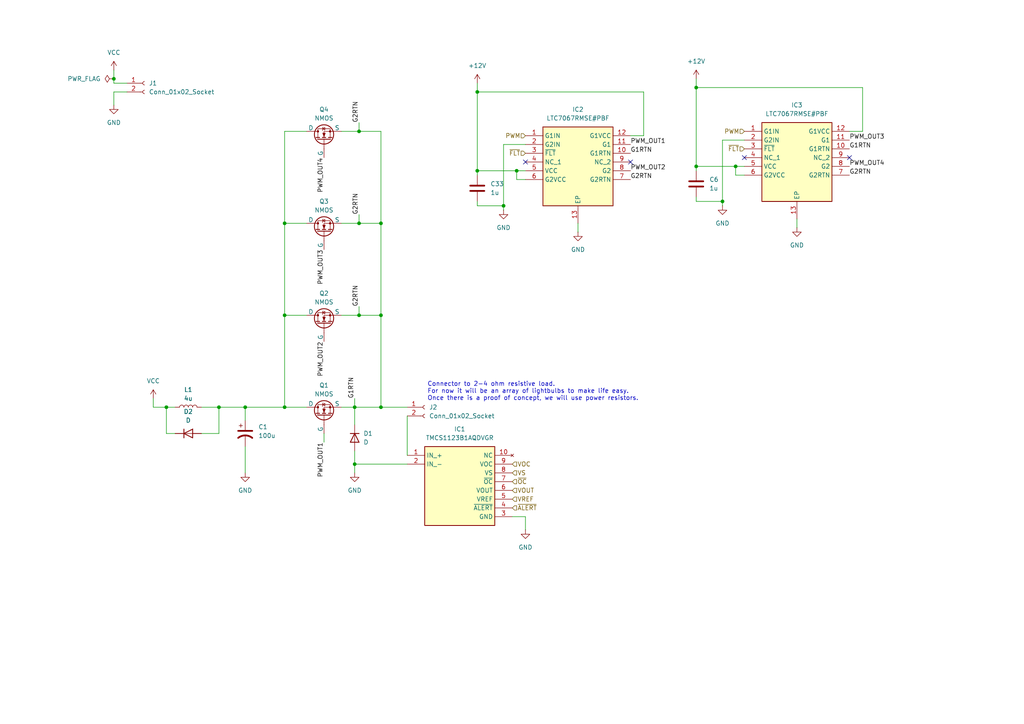
<source format=kicad_sch>
(kicad_sch
	(version 20231120)
	(generator "eeschema")
	(generator_version "8.0")
	(uuid "fd5900d5-532e-4f37-a9f0-ee376e371e22")
	(paper "A4")
	(lib_symbols
		(symbol "Connector:Conn_01x02_Socket"
			(pin_names
				(offset 1.016) hide)
			(exclude_from_sim no)
			(in_bom yes)
			(on_board yes)
			(property "Reference" "J"
				(at 0 2.54 0)
				(effects
					(font
						(size 1.27 1.27)
					)
				)
			)
			(property "Value" "Conn_01x02_Socket"
				(at 0 -5.08 0)
				(effects
					(font
						(size 1.27 1.27)
					)
				)
			)
			(property "Footprint" ""
				(at 0 0 0)
				(effects
					(font
						(size 1.27 1.27)
					)
					(hide yes)
				)
			)
			(property "Datasheet" "~"
				(at 0 0 0)
				(effects
					(font
						(size 1.27 1.27)
					)
					(hide yes)
				)
			)
			(property "Description" "Generic connector, single row, 01x02, script generated"
				(at 0 0 0)
				(effects
					(font
						(size 1.27 1.27)
					)
					(hide yes)
				)
			)
			(property "ki_locked" ""
				(at 0 0 0)
				(effects
					(font
						(size 1.27 1.27)
					)
				)
			)
			(property "ki_keywords" "connector"
				(at 0 0 0)
				(effects
					(font
						(size 1.27 1.27)
					)
					(hide yes)
				)
			)
			(property "ki_fp_filters" "Connector*:*_1x??_*"
				(at 0 0 0)
				(effects
					(font
						(size 1.27 1.27)
					)
					(hide yes)
				)
			)
			(symbol "Conn_01x02_Socket_1_1"
				(arc
					(start 0 -2.032)
					(mid -0.5058 -2.54)
					(end 0 -3.048)
					(stroke
						(width 0.1524)
						(type default)
					)
					(fill
						(type none)
					)
				)
				(polyline
					(pts
						(xy -1.27 -2.54) (xy -0.508 -2.54)
					)
					(stroke
						(width 0.1524)
						(type default)
					)
					(fill
						(type none)
					)
				)
				(polyline
					(pts
						(xy -1.27 0) (xy -0.508 0)
					)
					(stroke
						(width 0.1524)
						(type default)
					)
					(fill
						(type none)
					)
				)
				(arc
					(start 0 0.508)
					(mid -0.5058 0)
					(end 0 -0.508)
					(stroke
						(width 0.1524)
						(type default)
					)
					(fill
						(type none)
					)
				)
				(pin passive line
					(at -5.08 0 0)
					(length 3.81)
					(name "Pin_1"
						(effects
							(font
								(size 1.27 1.27)
							)
						)
					)
					(number "1"
						(effects
							(font
								(size 1.27 1.27)
							)
						)
					)
				)
				(pin passive line
					(at -5.08 -2.54 0)
					(length 3.81)
					(name "Pin_2"
						(effects
							(font
								(size 1.27 1.27)
							)
						)
					)
					(number "2"
						(effects
							(font
								(size 1.27 1.27)
							)
						)
					)
				)
			)
		)
		(symbol "Device:C"
			(pin_numbers hide)
			(pin_names
				(offset 0.254)
			)
			(exclude_from_sim no)
			(in_bom yes)
			(on_board yes)
			(property "Reference" "C"
				(at 0.635 2.54 0)
				(effects
					(font
						(size 1.27 1.27)
					)
					(justify left)
				)
			)
			(property "Value" "C"
				(at 0.635 -2.54 0)
				(effects
					(font
						(size 1.27 1.27)
					)
					(justify left)
				)
			)
			(property "Footprint" ""
				(at 0.9652 -3.81 0)
				(effects
					(font
						(size 1.27 1.27)
					)
					(hide yes)
				)
			)
			(property "Datasheet" "~"
				(at 0 0 0)
				(effects
					(font
						(size 1.27 1.27)
					)
					(hide yes)
				)
			)
			(property "Description" "Unpolarized capacitor"
				(at 0 0 0)
				(effects
					(font
						(size 1.27 1.27)
					)
					(hide yes)
				)
			)
			(property "ki_keywords" "cap capacitor"
				(at 0 0 0)
				(effects
					(font
						(size 1.27 1.27)
					)
					(hide yes)
				)
			)
			(property "ki_fp_filters" "C_*"
				(at 0 0 0)
				(effects
					(font
						(size 1.27 1.27)
					)
					(hide yes)
				)
			)
			(symbol "C_0_1"
				(polyline
					(pts
						(xy -2.032 -0.762) (xy 2.032 -0.762)
					)
					(stroke
						(width 0.508)
						(type default)
					)
					(fill
						(type none)
					)
				)
				(polyline
					(pts
						(xy -2.032 0.762) (xy 2.032 0.762)
					)
					(stroke
						(width 0.508)
						(type default)
					)
					(fill
						(type none)
					)
				)
			)
			(symbol "C_1_1"
				(pin passive line
					(at 0 3.81 270)
					(length 2.794)
					(name "~"
						(effects
							(font
								(size 1.27 1.27)
							)
						)
					)
					(number "1"
						(effects
							(font
								(size 1.27 1.27)
							)
						)
					)
				)
				(pin passive line
					(at 0 -3.81 90)
					(length 2.794)
					(name "~"
						(effects
							(font
								(size 1.27 1.27)
							)
						)
					)
					(number "2"
						(effects
							(font
								(size 1.27 1.27)
							)
						)
					)
				)
			)
		)
		(symbol "Device:C_Polarized_US"
			(pin_numbers hide)
			(pin_names
				(offset 0.254) hide)
			(exclude_from_sim no)
			(in_bom yes)
			(on_board yes)
			(property "Reference" "C"
				(at 0.635 2.54 0)
				(effects
					(font
						(size 1.27 1.27)
					)
					(justify left)
				)
			)
			(property "Value" "C_Polarized_US"
				(at 0.635 -2.54 0)
				(effects
					(font
						(size 1.27 1.27)
					)
					(justify left)
				)
			)
			(property "Footprint" ""
				(at 0 0 0)
				(effects
					(font
						(size 1.27 1.27)
					)
					(hide yes)
				)
			)
			(property "Datasheet" "~"
				(at 0 0 0)
				(effects
					(font
						(size 1.27 1.27)
					)
					(hide yes)
				)
			)
			(property "Description" "Polarized capacitor, US symbol"
				(at 0 0 0)
				(effects
					(font
						(size 1.27 1.27)
					)
					(hide yes)
				)
			)
			(property "ki_keywords" "cap capacitor"
				(at 0 0 0)
				(effects
					(font
						(size 1.27 1.27)
					)
					(hide yes)
				)
			)
			(property "ki_fp_filters" "CP_*"
				(at 0 0 0)
				(effects
					(font
						(size 1.27 1.27)
					)
					(hide yes)
				)
			)
			(symbol "C_Polarized_US_0_1"
				(polyline
					(pts
						(xy -2.032 0.762) (xy 2.032 0.762)
					)
					(stroke
						(width 0.508)
						(type default)
					)
					(fill
						(type none)
					)
				)
				(polyline
					(pts
						(xy -1.778 2.286) (xy -0.762 2.286)
					)
					(stroke
						(width 0)
						(type default)
					)
					(fill
						(type none)
					)
				)
				(polyline
					(pts
						(xy -1.27 1.778) (xy -1.27 2.794)
					)
					(stroke
						(width 0)
						(type default)
					)
					(fill
						(type none)
					)
				)
				(arc
					(start 2.032 -1.27)
					(mid 0 -0.5572)
					(end -2.032 -1.27)
					(stroke
						(width 0.508)
						(type default)
					)
					(fill
						(type none)
					)
				)
			)
			(symbol "C_Polarized_US_1_1"
				(pin passive line
					(at 0 3.81 270)
					(length 2.794)
					(name "~"
						(effects
							(font
								(size 1.27 1.27)
							)
						)
					)
					(number "1"
						(effects
							(font
								(size 1.27 1.27)
							)
						)
					)
				)
				(pin passive line
					(at 0 -3.81 90)
					(length 3.302)
					(name "~"
						(effects
							(font
								(size 1.27 1.27)
							)
						)
					)
					(number "2"
						(effects
							(font
								(size 1.27 1.27)
							)
						)
					)
				)
			)
		)
		(symbol "Device:D"
			(pin_numbers hide)
			(pin_names
				(offset 1.016) hide)
			(exclude_from_sim no)
			(in_bom yes)
			(on_board yes)
			(property "Reference" "D"
				(at 0 2.54 0)
				(effects
					(font
						(size 1.27 1.27)
					)
				)
			)
			(property "Value" "D"
				(at 0 -2.54 0)
				(effects
					(font
						(size 1.27 1.27)
					)
				)
			)
			(property "Footprint" ""
				(at 0 0 0)
				(effects
					(font
						(size 1.27 1.27)
					)
					(hide yes)
				)
			)
			(property "Datasheet" "~"
				(at 0 0 0)
				(effects
					(font
						(size 1.27 1.27)
					)
					(hide yes)
				)
			)
			(property "Description" "Diode"
				(at 0 0 0)
				(effects
					(font
						(size 1.27 1.27)
					)
					(hide yes)
				)
			)
			(property "Sim.Device" "D"
				(at 0 0 0)
				(effects
					(font
						(size 1.27 1.27)
					)
					(hide yes)
				)
			)
			(property "Sim.Pins" "1=K 2=A"
				(at 0 0 0)
				(effects
					(font
						(size 1.27 1.27)
					)
					(hide yes)
				)
			)
			(property "ki_keywords" "diode"
				(at 0 0 0)
				(effects
					(font
						(size 1.27 1.27)
					)
					(hide yes)
				)
			)
			(property "ki_fp_filters" "TO-???* *_Diode_* *SingleDiode* D_*"
				(at 0 0 0)
				(effects
					(font
						(size 1.27 1.27)
					)
					(hide yes)
				)
			)
			(symbol "D_0_1"
				(polyline
					(pts
						(xy -1.27 1.27) (xy -1.27 -1.27)
					)
					(stroke
						(width 0.254)
						(type default)
					)
					(fill
						(type none)
					)
				)
				(polyline
					(pts
						(xy 1.27 0) (xy -1.27 0)
					)
					(stroke
						(width 0)
						(type default)
					)
					(fill
						(type none)
					)
				)
				(polyline
					(pts
						(xy 1.27 1.27) (xy 1.27 -1.27) (xy -1.27 0) (xy 1.27 1.27)
					)
					(stroke
						(width 0.254)
						(type default)
					)
					(fill
						(type none)
					)
				)
			)
			(symbol "D_1_1"
				(pin passive line
					(at -3.81 0 0)
					(length 2.54)
					(name "K"
						(effects
							(font
								(size 1.27 1.27)
							)
						)
					)
					(number "1"
						(effects
							(font
								(size 1.27 1.27)
							)
						)
					)
				)
				(pin passive line
					(at 3.81 0 180)
					(length 2.54)
					(name "A"
						(effects
							(font
								(size 1.27 1.27)
							)
						)
					)
					(number "2"
						(effects
							(font
								(size 1.27 1.27)
							)
						)
					)
				)
			)
		)
		(symbol "Device:L"
			(pin_numbers hide)
			(pin_names
				(offset 1.016) hide)
			(exclude_from_sim no)
			(in_bom yes)
			(on_board yes)
			(property "Reference" "L"
				(at -1.27 0 90)
				(effects
					(font
						(size 1.27 1.27)
					)
				)
			)
			(property "Value" "L"
				(at 1.905 0 90)
				(effects
					(font
						(size 1.27 1.27)
					)
				)
			)
			(property "Footprint" ""
				(at 0 0 0)
				(effects
					(font
						(size 1.27 1.27)
					)
					(hide yes)
				)
			)
			(property "Datasheet" "~"
				(at 0 0 0)
				(effects
					(font
						(size 1.27 1.27)
					)
					(hide yes)
				)
			)
			(property "Description" "Inductor"
				(at 0 0 0)
				(effects
					(font
						(size 1.27 1.27)
					)
					(hide yes)
				)
			)
			(property "ki_keywords" "inductor choke coil reactor magnetic"
				(at 0 0 0)
				(effects
					(font
						(size 1.27 1.27)
					)
					(hide yes)
				)
			)
			(property "ki_fp_filters" "Choke_* *Coil* Inductor_* L_*"
				(at 0 0 0)
				(effects
					(font
						(size 1.27 1.27)
					)
					(hide yes)
				)
			)
			(symbol "L_0_1"
				(arc
					(start 0 -2.54)
					(mid 0.6323 -1.905)
					(end 0 -1.27)
					(stroke
						(width 0)
						(type default)
					)
					(fill
						(type none)
					)
				)
				(arc
					(start 0 -1.27)
					(mid 0.6323 -0.635)
					(end 0 0)
					(stroke
						(width 0)
						(type default)
					)
					(fill
						(type none)
					)
				)
				(arc
					(start 0 0)
					(mid 0.6323 0.635)
					(end 0 1.27)
					(stroke
						(width 0)
						(type default)
					)
					(fill
						(type none)
					)
				)
				(arc
					(start 0 1.27)
					(mid 0.6323 1.905)
					(end 0 2.54)
					(stroke
						(width 0)
						(type default)
					)
					(fill
						(type none)
					)
				)
			)
			(symbol "L_1_1"
				(pin passive line
					(at 0 3.81 270)
					(length 1.27)
					(name "1"
						(effects
							(font
								(size 1.27 1.27)
							)
						)
					)
					(number "1"
						(effects
							(font
								(size 1.27 1.27)
							)
						)
					)
				)
				(pin passive line
					(at 0 -3.81 90)
					(length 1.27)
					(name "2"
						(effects
							(font
								(size 1.27 1.27)
							)
						)
					)
					(number "2"
						(effects
							(font
								(size 1.27 1.27)
							)
						)
					)
				)
			)
		)
		(symbol "LTC7067RMSE#PBF:LTC7067RMSE#PBF"
			(exclude_from_sim no)
			(in_bom yes)
			(on_board yes)
			(property "Reference" "IC"
				(at 26.67 7.62 0)
				(effects
					(font
						(size 1.27 1.27)
					)
					(justify left top)
				)
			)
			(property "Value" "LTC7067RMSE#PBF"
				(at 26.67 5.08 0)
				(effects
					(font
						(size 1.27 1.27)
					)
					(justify left top)
				)
			)
			(property "Footprint" "SOP65P490X110-13N"
				(at 26.67 -94.92 0)
				(effects
					(font
						(size 1.27 1.27)
					)
					(justify left top)
					(hide yes)
				)
			)
			(property "Datasheet" "https://www.mouser.ch/datasheet/2/609/ltc7067-2887880.pdf"
				(at 26.67 -194.92 0)
				(effects
					(font
						(size 1.27 1.27)
					)
					(justify left top)
					(hide yes)
				)
			)
			(property "Description" "Gate Drivers 25A, 20V Sync Buck Regulator"
				(at 0 0 0)
				(effects
					(font
						(size 1.27 1.27)
					)
					(hide yes)
				)
			)
			(property "Height" "1.1"
				(at 26.67 -394.92 0)
				(effects
					(font
						(size 1.27 1.27)
					)
					(justify left top)
					(hide yes)
				)
			)
			(property "Manufacturer_Name" "Analog Devices"
				(at 26.67 -494.92 0)
				(effects
					(font
						(size 1.27 1.27)
					)
					(justify left top)
					(hide yes)
				)
			)
			(property "Manufacturer_Part_Number" "LTC7067RMSE#PBF"
				(at 26.67 -594.92 0)
				(effects
					(font
						(size 1.27 1.27)
					)
					(justify left top)
					(hide yes)
				)
			)
			(property "Mouser Part Number" "584-LTC7067RMSEPBF"
				(at 26.67 -694.92 0)
				(effects
					(font
						(size 1.27 1.27)
					)
					(justify left top)
					(hide yes)
				)
			)
			(property "Mouser Price/Stock" "https://www.mouser.co.uk/ProductDetail/Analog-Devices/LTC7067RMSEPBF?qs=Rp5uXu7WBW9ALpT%2F9iYzXA%3D%3D"
				(at 26.67 -794.92 0)
				(effects
					(font
						(size 1.27 1.27)
					)
					(justify left top)
					(hide yes)
				)
			)
			(property "Arrow Part Number" ""
				(at 26.67 -894.92 0)
				(effects
					(font
						(size 1.27 1.27)
					)
					(justify left top)
					(hide yes)
				)
			)
			(property "Arrow Price/Stock" ""
				(at 26.67 -994.92 0)
				(effects
					(font
						(size 1.27 1.27)
					)
					(justify left top)
					(hide yes)
				)
			)
			(symbol "LTC7067RMSE#PBF_1_1"
				(rectangle
					(start 5.08 2.54)
					(end 25.4 -20.32)
					(stroke
						(width 0.254)
						(type default)
					)
					(fill
						(type background)
					)
				)
				(pin passive line
					(at 0 0 0)
					(length 5.08)
					(name "G1IN"
						(effects
							(font
								(size 1.27 1.27)
							)
						)
					)
					(number "1"
						(effects
							(font
								(size 1.27 1.27)
							)
						)
					)
				)
				(pin passive line
					(at 30.48 -5.08 180)
					(length 5.08)
					(name "G1RTN"
						(effects
							(font
								(size 1.27 1.27)
							)
						)
					)
					(number "10"
						(effects
							(font
								(size 1.27 1.27)
							)
						)
					)
				)
				(pin passive line
					(at 30.48 -2.54 180)
					(length 5.08)
					(name "G1"
						(effects
							(font
								(size 1.27 1.27)
							)
						)
					)
					(number "11"
						(effects
							(font
								(size 1.27 1.27)
							)
						)
					)
				)
				(pin passive line
					(at 30.48 0 180)
					(length 5.08)
					(name "G1VCC"
						(effects
							(font
								(size 1.27 1.27)
							)
						)
					)
					(number "12"
						(effects
							(font
								(size 1.27 1.27)
							)
						)
					)
				)
				(pin passive line
					(at 15.24 -25.4 90)
					(length 5.08)
					(name "EP"
						(effects
							(font
								(size 1.27 1.27)
							)
						)
					)
					(number "13"
						(effects
							(font
								(size 1.27 1.27)
							)
						)
					)
				)
				(pin passive line
					(at 0 -2.54 0)
					(length 5.08)
					(name "G2IN"
						(effects
							(font
								(size 1.27 1.27)
							)
						)
					)
					(number "2"
						(effects
							(font
								(size 1.27 1.27)
							)
						)
					)
				)
				(pin passive line
					(at 0 -5.08 0)
					(length 5.08)
					(name "~{FLT}"
						(effects
							(font
								(size 1.27 1.27)
							)
						)
					)
					(number "3"
						(effects
							(font
								(size 1.27 1.27)
							)
						)
					)
				)
				(pin passive line
					(at 0 -7.62 0)
					(length 5.08)
					(name "NC_1"
						(effects
							(font
								(size 1.27 1.27)
							)
						)
					)
					(number "4"
						(effects
							(font
								(size 1.27 1.27)
							)
						)
					)
				)
				(pin passive line
					(at 0 -10.16 0)
					(length 5.08)
					(name "VCC"
						(effects
							(font
								(size 1.27 1.27)
							)
						)
					)
					(number "5"
						(effects
							(font
								(size 1.27 1.27)
							)
						)
					)
				)
				(pin passive line
					(at 0 -12.7 0)
					(length 5.08)
					(name "G2VCC"
						(effects
							(font
								(size 1.27 1.27)
							)
						)
					)
					(number "6"
						(effects
							(font
								(size 1.27 1.27)
							)
						)
					)
				)
				(pin passive line
					(at 30.48 -12.7 180)
					(length 5.08)
					(name "G2RTN"
						(effects
							(font
								(size 1.27 1.27)
							)
						)
					)
					(number "7"
						(effects
							(font
								(size 1.27 1.27)
							)
						)
					)
				)
				(pin passive line
					(at 30.48 -10.16 180)
					(length 5.08)
					(name "G2"
						(effects
							(font
								(size 1.27 1.27)
							)
						)
					)
					(number "8"
						(effects
							(font
								(size 1.27 1.27)
							)
						)
					)
				)
				(pin passive line
					(at 30.48 -7.62 180)
					(length 5.08)
					(name "NC_2"
						(effects
							(font
								(size 1.27 1.27)
							)
						)
					)
					(number "9"
						(effects
							(font
								(size 1.27 1.27)
							)
						)
					)
				)
			)
		)
		(symbol "Simulation_SPICE:NMOS"
			(pin_numbers hide)
			(pin_names
				(offset 0)
			)
			(exclude_from_sim no)
			(in_bom yes)
			(on_board yes)
			(property "Reference" "Q"
				(at 5.08 1.27 0)
				(effects
					(font
						(size 1.27 1.27)
					)
					(justify left)
				)
			)
			(property "Value" "NMOS"
				(at 5.08 -1.27 0)
				(effects
					(font
						(size 1.27 1.27)
					)
					(justify left)
				)
			)
			(property "Footprint" ""
				(at 5.08 2.54 0)
				(effects
					(font
						(size 1.27 1.27)
					)
					(hide yes)
				)
			)
			(property "Datasheet" "https://ngspice.sourceforge.io/docs/ngspice-html-manual/manual.xhtml#cha_MOSFETs"
				(at 0 -12.7 0)
				(effects
					(font
						(size 1.27 1.27)
					)
					(hide yes)
				)
			)
			(property "Description" "N-MOSFET transistor, drain/source/gate"
				(at 0 0 0)
				(effects
					(font
						(size 1.27 1.27)
					)
					(hide yes)
				)
			)
			(property "Sim.Device" "NMOS"
				(at 0 -17.145 0)
				(effects
					(font
						(size 1.27 1.27)
					)
					(hide yes)
				)
			)
			(property "Sim.Type" "VDMOS"
				(at 0 -19.05 0)
				(effects
					(font
						(size 1.27 1.27)
					)
					(hide yes)
				)
			)
			(property "Sim.Pins" "1=D 2=G 3=S"
				(at 0 -15.24 0)
				(effects
					(font
						(size 1.27 1.27)
					)
					(hide yes)
				)
			)
			(property "ki_keywords" "transistor NMOS N-MOS N-MOSFET simulation"
				(at 0 0 0)
				(effects
					(font
						(size 1.27 1.27)
					)
					(hide yes)
				)
			)
			(symbol "NMOS_0_1"
				(polyline
					(pts
						(xy 0.254 0) (xy -2.54 0)
					)
					(stroke
						(width 0)
						(type default)
					)
					(fill
						(type none)
					)
				)
				(polyline
					(pts
						(xy 0.254 1.905) (xy 0.254 -1.905)
					)
					(stroke
						(width 0.254)
						(type default)
					)
					(fill
						(type none)
					)
				)
				(polyline
					(pts
						(xy 0.762 -1.27) (xy 0.762 -2.286)
					)
					(stroke
						(width 0.254)
						(type default)
					)
					(fill
						(type none)
					)
				)
				(polyline
					(pts
						(xy 0.762 0.508) (xy 0.762 -0.508)
					)
					(stroke
						(width 0.254)
						(type default)
					)
					(fill
						(type none)
					)
				)
				(polyline
					(pts
						(xy 0.762 2.286) (xy 0.762 1.27)
					)
					(stroke
						(width 0.254)
						(type default)
					)
					(fill
						(type none)
					)
				)
				(polyline
					(pts
						(xy 2.54 2.54) (xy 2.54 1.778)
					)
					(stroke
						(width 0)
						(type default)
					)
					(fill
						(type none)
					)
				)
				(polyline
					(pts
						(xy 2.54 -2.54) (xy 2.54 0) (xy 0.762 0)
					)
					(stroke
						(width 0)
						(type default)
					)
					(fill
						(type none)
					)
				)
				(polyline
					(pts
						(xy 0.762 -1.778) (xy 3.302 -1.778) (xy 3.302 1.778) (xy 0.762 1.778)
					)
					(stroke
						(width 0)
						(type default)
					)
					(fill
						(type none)
					)
				)
				(polyline
					(pts
						(xy 1.016 0) (xy 2.032 0.381) (xy 2.032 -0.381) (xy 1.016 0)
					)
					(stroke
						(width 0)
						(type default)
					)
					(fill
						(type outline)
					)
				)
				(polyline
					(pts
						(xy 2.794 0.508) (xy 2.921 0.381) (xy 3.683 0.381) (xy 3.81 0.254)
					)
					(stroke
						(width 0)
						(type default)
					)
					(fill
						(type none)
					)
				)
				(polyline
					(pts
						(xy 3.302 0.381) (xy 2.921 -0.254) (xy 3.683 -0.254) (xy 3.302 0.381)
					)
					(stroke
						(width 0)
						(type default)
					)
					(fill
						(type none)
					)
				)
				(circle
					(center 1.651 0)
					(radius 2.794)
					(stroke
						(width 0.254)
						(type default)
					)
					(fill
						(type none)
					)
				)
				(circle
					(center 2.54 -1.778)
					(radius 0.254)
					(stroke
						(width 0)
						(type default)
					)
					(fill
						(type outline)
					)
				)
				(circle
					(center 2.54 1.778)
					(radius 0.254)
					(stroke
						(width 0)
						(type default)
					)
					(fill
						(type outline)
					)
				)
			)
			(symbol "NMOS_1_1"
				(pin passive line
					(at 2.54 5.08 270)
					(length 2.54)
					(name "D"
						(effects
							(font
								(size 1.27 1.27)
							)
						)
					)
					(number "1"
						(effects
							(font
								(size 1.27 1.27)
							)
						)
					)
				)
				(pin input line
					(at -5.08 0 0)
					(length 2.54)
					(name "G"
						(effects
							(font
								(size 1.27 1.27)
							)
						)
					)
					(number "2"
						(effects
							(font
								(size 1.27 1.27)
							)
						)
					)
				)
				(pin passive line
					(at 2.54 -5.08 90)
					(length 2.54)
					(name "S"
						(effects
							(font
								(size 1.27 1.27)
							)
						)
					)
					(number "3"
						(effects
							(font
								(size 1.27 1.27)
							)
						)
					)
				)
			)
		)
		(symbol "TMCS1123B1AQDVGR:TMCS1123B1AQDVGR"
			(exclude_from_sim no)
			(in_bom yes)
			(on_board yes)
			(property "Reference" "IC"
				(at 26.67 7.62 0)
				(effects
					(font
						(size 1.27 1.27)
					)
					(justify left top)
				)
			)
			(property "Value" "TMCS1123B1AQDVGR"
				(at 26.67 5.08 0)
				(effects
					(font
						(size 1.27 1.27)
					)
					(justify left top)
				)
			)
			(property "Footprint" "TMCS1123B1AQDVGR"
				(at 26.67 -94.92 0)
				(effects
					(font
						(size 1.27 1.27)
					)
					(justify left top)
					(hide yes)
				)
			)
			(property "Datasheet" "https://www.ti.com/lit/ds/symlink/tmcs1123.pdf?ts=1708001295166&ref_url=https%253A%252F%252Fwww.ti.com%252Fproduct%252FTMCS1123"
				(at 26.67 -194.92 0)
				(effects
					(font
						(size 1.27 1.27)
					)
					(justify left top)
					(hide yes)
				)
			)
			(property "Description" "Board Mount Current Sensors +/-1300V reinforced isolation, 80Arms 250kHz Hall-effect current sensor with AFR, reference and ALERT"
				(at 0 0 0)
				(effects
					(font
						(size 1.27 1.27)
					)
					(hide yes)
				)
			)
			(property "Height" "2.65"
				(at 26.67 -394.92 0)
				(effects
					(font
						(size 1.27 1.27)
					)
					(justify left top)
					(hide yes)
				)
			)
			(property "Manufacturer_Name" "Texas Instruments"
				(at 26.67 -494.92 0)
				(effects
					(font
						(size 1.27 1.27)
					)
					(justify left top)
					(hide yes)
				)
			)
			(property "Manufacturer_Part_Number" "TMCS1123B1AQDVGR"
				(at 26.67 -594.92 0)
				(effects
					(font
						(size 1.27 1.27)
					)
					(justify left top)
					(hide yes)
				)
			)
			(property "Mouser Part Number" ""
				(at 26.67 -694.92 0)
				(effects
					(font
						(size 1.27 1.27)
					)
					(justify left top)
					(hide yes)
				)
			)
			(property "Mouser Price/Stock" ""
				(at 26.67 -794.92 0)
				(effects
					(font
						(size 1.27 1.27)
					)
					(justify left top)
					(hide yes)
				)
			)
			(property "Arrow Part Number" ""
				(at 26.67 -894.92 0)
				(effects
					(font
						(size 1.27 1.27)
					)
					(justify left top)
					(hide yes)
				)
			)
			(property "Arrow Price/Stock" ""
				(at 26.67 -994.92 0)
				(effects
					(font
						(size 1.27 1.27)
					)
					(justify left top)
					(hide yes)
				)
			)
			(symbol "TMCS1123B1AQDVGR_1_1"
				(rectangle
					(start 5.08 2.54)
					(end 25.4 -20.32)
					(stroke
						(width 0.254)
						(type default)
					)
					(fill
						(type background)
					)
				)
				(pin passive line
					(at 0 0 0)
					(length 5.08)
					(name "IN_+"
						(effects
							(font
								(size 1.27 1.27)
							)
						)
					)
					(number "1"
						(effects
							(font
								(size 1.27 1.27)
							)
						)
					)
				)
				(pin no_connect line
					(at 30.48 0 180)
					(length 5.08)
					(name "NC"
						(effects
							(font
								(size 1.27 1.27)
							)
						)
					)
					(number "10"
						(effects
							(font
								(size 1.27 1.27)
							)
						)
					)
				)
				(pin passive line
					(at 0 -2.54 0)
					(length 5.08)
					(name "IN_-"
						(effects
							(font
								(size 1.27 1.27)
							)
						)
					)
					(number "2"
						(effects
							(font
								(size 1.27 1.27)
							)
						)
					)
				)
				(pin passive line
					(at 30.48 -17.78 180)
					(length 5.08)
					(name "GND"
						(effects
							(font
								(size 1.27 1.27)
							)
						)
					)
					(number "3"
						(effects
							(font
								(size 1.27 1.27)
							)
						)
					)
				)
				(pin passive line
					(at 30.48 -15.24 180)
					(length 5.08)
					(name "~{ALERT}"
						(effects
							(font
								(size 1.27 1.27)
							)
						)
					)
					(number "4"
						(effects
							(font
								(size 1.27 1.27)
							)
						)
					)
				)
				(pin passive line
					(at 30.48 -12.7 180)
					(length 5.08)
					(name "VREF"
						(effects
							(font
								(size 1.27 1.27)
							)
						)
					)
					(number "5"
						(effects
							(font
								(size 1.27 1.27)
							)
						)
					)
				)
				(pin passive line
					(at 30.48 -10.16 180)
					(length 5.08)
					(name "VOUT"
						(effects
							(font
								(size 1.27 1.27)
							)
						)
					)
					(number "6"
						(effects
							(font
								(size 1.27 1.27)
							)
						)
					)
				)
				(pin passive line
					(at 30.48 -7.62 180)
					(length 5.08)
					(name "~{OC}"
						(effects
							(font
								(size 1.27 1.27)
							)
						)
					)
					(number "7"
						(effects
							(font
								(size 1.27 1.27)
							)
						)
					)
				)
				(pin passive line
					(at 30.48 -5.08 180)
					(length 5.08)
					(name "VS"
						(effects
							(font
								(size 1.27 1.27)
							)
						)
					)
					(number "8"
						(effects
							(font
								(size 1.27 1.27)
							)
						)
					)
				)
				(pin passive line
					(at 30.48 -2.54 180)
					(length 5.08)
					(name "VOC"
						(effects
							(font
								(size 1.27 1.27)
							)
						)
					)
					(number "9"
						(effects
							(font
								(size 1.27 1.27)
							)
						)
					)
				)
			)
		)
		(symbol "power:+12V"
			(power)
			(pin_numbers hide)
			(pin_names
				(offset 0) hide)
			(exclude_from_sim no)
			(in_bom yes)
			(on_board yes)
			(property "Reference" "#PWR"
				(at 0 -3.81 0)
				(effects
					(font
						(size 1.27 1.27)
					)
					(hide yes)
				)
			)
			(property "Value" "+12V"
				(at 0 3.556 0)
				(effects
					(font
						(size 1.27 1.27)
					)
				)
			)
			(property "Footprint" ""
				(at 0 0 0)
				(effects
					(font
						(size 1.27 1.27)
					)
					(hide yes)
				)
			)
			(property "Datasheet" ""
				(at 0 0 0)
				(effects
					(font
						(size 1.27 1.27)
					)
					(hide yes)
				)
			)
			(property "Description" "Power symbol creates a global label with name \"+12V\""
				(at 0 0 0)
				(effects
					(font
						(size 1.27 1.27)
					)
					(hide yes)
				)
			)
			(property "ki_keywords" "global power"
				(at 0 0 0)
				(effects
					(font
						(size 1.27 1.27)
					)
					(hide yes)
				)
			)
			(symbol "+12V_0_1"
				(polyline
					(pts
						(xy -0.762 1.27) (xy 0 2.54)
					)
					(stroke
						(width 0)
						(type default)
					)
					(fill
						(type none)
					)
				)
				(polyline
					(pts
						(xy 0 0) (xy 0 2.54)
					)
					(stroke
						(width 0)
						(type default)
					)
					(fill
						(type none)
					)
				)
				(polyline
					(pts
						(xy 0 2.54) (xy 0.762 1.27)
					)
					(stroke
						(width 0)
						(type default)
					)
					(fill
						(type none)
					)
				)
			)
			(symbol "+12V_1_1"
				(pin power_in line
					(at 0 0 90)
					(length 0)
					(name "~"
						(effects
							(font
								(size 1.27 1.27)
							)
						)
					)
					(number "1"
						(effects
							(font
								(size 1.27 1.27)
							)
						)
					)
				)
			)
		)
		(symbol "power:GND"
			(power)
			(pin_numbers hide)
			(pin_names
				(offset 0) hide)
			(exclude_from_sim no)
			(in_bom yes)
			(on_board yes)
			(property "Reference" "#PWR"
				(at 0 -6.35 0)
				(effects
					(font
						(size 1.27 1.27)
					)
					(hide yes)
				)
			)
			(property "Value" "GND"
				(at 0 -3.81 0)
				(effects
					(font
						(size 1.27 1.27)
					)
				)
			)
			(property "Footprint" ""
				(at 0 0 0)
				(effects
					(font
						(size 1.27 1.27)
					)
					(hide yes)
				)
			)
			(property "Datasheet" ""
				(at 0 0 0)
				(effects
					(font
						(size 1.27 1.27)
					)
					(hide yes)
				)
			)
			(property "Description" "Power symbol creates a global label with name \"GND\" , ground"
				(at 0 0 0)
				(effects
					(font
						(size 1.27 1.27)
					)
					(hide yes)
				)
			)
			(property "ki_keywords" "global power"
				(at 0 0 0)
				(effects
					(font
						(size 1.27 1.27)
					)
					(hide yes)
				)
			)
			(symbol "GND_0_1"
				(polyline
					(pts
						(xy 0 0) (xy 0 -1.27) (xy 1.27 -1.27) (xy 0 -2.54) (xy -1.27 -1.27) (xy 0 -1.27)
					)
					(stroke
						(width 0)
						(type default)
					)
					(fill
						(type none)
					)
				)
			)
			(symbol "GND_1_1"
				(pin power_in line
					(at 0 0 270)
					(length 0)
					(name "~"
						(effects
							(font
								(size 1.27 1.27)
							)
						)
					)
					(number "1"
						(effects
							(font
								(size 1.27 1.27)
							)
						)
					)
				)
			)
		)
		(symbol "power:PWR_FLAG"
			(power)
			(pin_numbers hide)
			(pin_names
				(offset 0) hide)
			(exclude_from_sim no)
			(in_bom yes)
			(on_board yes)
			(property "Reference" "#FLG"
				(at 0 1.905 0)
				(effects
					(font
						(size 1.27 1.27)
					)
					(hide yes)
				)
			)
			(property "Value" "PWR_FLAG"
				(at 0 3.81 0)
				(effects
					(font
						(size 1.27 1.27)
					)
				)
			)
			(property "Footprint" ""
				(at 0 0 0)
				(effects
					(font
						(size 1.27 1.27)
					)
					(hide yes)
				)
			)
			(property "Datasheet" "~"
				(at 0 0 0)
				(effects
					(font
						(size 1.27 1.27)
					)
					(hide yes)
				)
			)
			(property "Description" "Special symbol for telling ERC where power comes from"
				(at 0 0 0)
				(effects
					(font
						(size 1.27 1.27)
					)
					(hide yes)
				)
			)
			(property "ki_keywords" "flag power"
				(at 0 0 0)
				(effects
					(font
						(size 1.27 1.27)
					)
					(hide yes)
				)
			)
			(symbol "PWR_FLAG_0_0"
				(pin power_out line
					(at 0 0 90)
					(length 0)
					(name "~"
						(effects
							(font
								(size 1.27 1.27)
							)
						)
					)
					(number "1"
						(effects
							(font
								(size 1.27 1.27)
							)
						)
					)
				)
			)
			(symbol "PWR_FLAG_0_1"
				(polyline
					(pts
						(xy 0 0) (xy 0 1.27) (xy -1.016 1.905) (xy 0 2.54) (xy 1.016 1.905) (xy 0 1.27)
					)
					(stroke
						(width 0)
						(type default)
					)
					(fill
						(type none)
					)
				)
			)
		)
		(symbol "power:VCC"
			(power)
			(pin_numbers hide)
			(pin_names
				(offset 0) hide)
			(exclude_from_sim no)
			(in_bom yes)
			(on_board yes)
			(property "Reference" "#PWR"
				(at 0 -3.81 0)
				(effects
					(font
						(size 1.27 1.27)
					)
					(hide yes)
				)
			)
			(property "Value" "VCC"
				(at 0 3.556 0)
				(effects
					(font
						(size 1.27 1.27)
					)
				)
			)
			(property "Footprint" ""
				(at 0 0 0)
				(effects
					(font
						(size 1.27 1.27)
					)
					(hide yes)
				)
			)
			(property "Datasheet" ""
				(at 0 0 0)
				(effects
					(font
						(size 1.27 1.27)
					)
					(hide yes)
				)
			)
			(property "Description" "Power symbol creates a global label with name \"VCC\""
				(at 0 0 0)
				(effects
					(font
						(size 1.27 1.27)
					)
					(hide yes)
				)
			)
			(property "ki_keywords" "global power"
				(at 0 0 0)
				(effects
					(font
						(size 1.27 1.27)
					)
					(hide yes)
				)
			)
			(symbol "VCC_0_1"
				(polyline
					(pts
						(xy -0.762 1.27) (xy 0 2.54)
					)
					(stroke
						(width 0)
						(type default)
					)
					(fill
						(type none)
					)
				)
				(polyline
					(pts
						(xy 0 0) (xy 0 2.54)
					)
					(stroke
						(width 0)
						(type default)
					)
					(fill
						(type none)
					)
				)
				(polyline
					(pts
						(xy 0 2.54) (xy 0.762 1.27)
					)
					(stroke
						(width 0)
						(type default)
					)
					(fill
						(type none)
					)
				)
			)
			(symbol "VCC_1_1"
				(pin power_in line
					(at 0 0 90)
					(length 0)
					(name "~"
						(effects
							(font
								(size 1.27 1.27)
							)
						)
					)
					(number "1"
						(effects
							(font
								(size 1.27 1.27)
							)
						)
					)
				)
			)
		)
	)
	(junction
		(at 138.43 49.53)
		(diameter 0)
		(color 0 0 0 0)
		(uuid "0a696893-58c5-496a-a33c-433141eb51b9")
	)
	(junction
		(at 213.36 48.26)
		(diameter 0)
		(color 0 0 0 0)
		(uuid "1974c30f-2150-4cae-b04a-eb4309ca7196")
	)
	(junction
		(at 138.43 26.67)
		(diameter 0)
		(color 0 0 0 0)
		(uuid "224a9eb7-1652-4954-a221-ca7b19528f04")
	)
	(junction
		(at 71.12 118.11)
		(diameter 0)
		(color 0 0 0 0)
		(uuid "303dc1d8-205d-42a4-9878-733472c57dd1")
	)
	(junction
		(at 110.49 91.44)
		(diameter 0)
		(color 0 0 0 0)
		(uuid "41b4a450-fe5b-48aa-aca8-975a545b5bc2")
	)
	(junction
		(at 48.26 118.11)
		(diameter 0)
		(color 0 0 0 0)
		(uuid "43f52d82-47d1-4182-8f3b-7582e7a87831")
	)
	(junction
		(at 82.55 64.77)
		(diameter 0)
		(color 0 0 0 0)
		(uuid "58637d36-77f0-467d-b3ed-5d28d12772b7")
	)
	(junction
		(at 209.55 58.42)
		(diameter 0)
		(color 0 0 0 0)
		(uuid "5b1c7a45-8dec-4958-bd89-883a089c36b7")
	)
	(junction
		(at 102.87 134.62)
		(diameter 0)
		(color 0 0 0 0)
		(uuid "5cc26bb9-d6c3-4a69-ad28-188b3ae6d4bf")
	)
	(junction
		(at 102.87 118.11)
		(diameter 0)
		(color 0 0 0 0)
		(uuid "62d6b6b1-6ac8-42a3-b889-372834ad1c80")
	)
	(junction
		(at 110.49 64.77)
		(diameter 0)
		(color 0 0 0 0)
		(uuid "6462fa93-4b34-409e-8deb-4d13a7542ce0")
	)
	(junction
		(at 82.55 91.44)
		(diameter 0)
		(color 0 0 0 0)
		(uuid "6e2c6f9d-f563-44e0-94cc-76162a36946b")
	)
	(junction
		(at 146.05 59.69)
		(diameter 0)
		(color 0 0 0 0)
		(uuid "84f653c5-12d9-4f43-bce1-67553274bd18")
	)
	(junction
		(at 104.14 91.44)
		(diameter 0)
		(color 0 0 0 0)
		(uuid "87f9436e-3335-4bc2-b13f-61effdba908a")
	)
	(junction
		(at 104.14 38.1)
		(diameter 0)
		(color 0 0 0 0)
		(uuid "8b41fc92-6e87-4fb5-8a66-e740747df338")
	)
	(junction
		(at 63.5 118.11)
		(diameter 0)
		(color 0 0 0 0)
		(uuid "8f1b7098-3973-4565-9175-1502248df468")
	)
	(junction
		(at 104.14 64.77)
		(diameter 0)
		(color 0 0 0 0)
		(uuid "8f7d459b-27f3-4861-960e-8a814856d6ee")
	)
	(junction
		(at 82.55 118.11)
		(diameter 0)
		(color 0 0 0 0)
		(uuid "9774e03d-f128-4ab8-91f4-b81fddeab381")
	)
	(junction
		(at 33.02 22.86)
		(diameter 0)
		(color 0 0 0 0)
		(uuid "9ea9b28f-b67d-4054-aa81-22834a50cb43")
	)
	(junction
		(at 201.93 48.26)
		(diameter 0)
		(color 0 0 0 0)
		(uuid "a5f1a1f1-4948-420a-8315-f4fb6e75a91c")
	)
	(junction
		(at 110.49 118.11)
		(diameter 0)
		(color 0 0 0 0)
		(uuid "a82a8070-e240-406a-b365-9a20002b063c")
	)
	(junction
		(at 149.86 49.53)
		(diameter 0)
		(color 0 0 0 0)
		(uuid "e98c38e6-92b1-4317-a3ff-63dd569bb5a6")
	)
	(junction
		(at 201.93 25.4)
		(diameter 0)
		(color 0 0 0 0)
		(uuid "f2500b7b-18eb-4f55-a798-4bc2e3593c8f")
	)
	(no_connect
		(at 182.88 46.99)
		(uuid "42928fd0-0cf1-4d45-8d26-ac8a361e38db")
	)
	(no_connect
		(at 152.4 46.99)
		(uuid "9d321389-7c36-4fea-b655-4cc2ff08ffea")
	)
	(no_connect
		(at 246.38 45.72)
		(uuid "c4762dc5-699e-4690-a43b-3bd32ace3a9f")
	)
	(no_connect
		(at 215.9 45.72)
		(uuid "ec6bd5c2-0c80-4a4e-b912-dda0f5152f1f")
	)
	(wire
		(pts
			(xy 138.43 26.67) (xy 186.69 26.67)
		)
		(stroke
			(width 0)
			(type default)
		)
		(uuid "01596dec-0378-42a5-8906-01a9ef74fdf3")
	)
	(wire
		(pts
			(xy 102.87 123.19) (xy 102.87 118.11)
		)
		(stroke
			(width 0)
			(type default)
		)
		(uuid "01b83bb2-3e9f-4c07-8a89-cb67d42d126e")
	)
	(wire
		(pts
			(xy 82.55 91.44) (xy 88.9 91.44)
		)
		(stroke
			(width 0)
			(type default)
		)
		(uuid "02c21217-ee19-44ad-a9f9-aa38f3c04da4")
	)
	(wire
		(pts
			(xy 99.06 64.77) (xy 104.14 64.77)
		)
		(stroke
			(width 0)
			(type default)
		)
		(uuid "0829df04-cdab-4e28-a654-29148b304578")
	)
	(wire
		(pts
			(xy 82.55 38.1) (xy 82.55 64.77)
		)
		(stroke
			(width 0)
			(type default)
		)
		(uuid "0ba3a95b-428b-47bb-9dd3-d1b9a9dc62b4")
	)
	(wire
		(pts
			(xy 104.14 38.1) (xy 110.49 38.1)
		)
		(stroke
			(width 0)
			(type default)
		)
		(uuid "13a7c766-c8d1-46bc-b438-e7f89cbb90cb")
	)
	(wire
		(pts
			(xy 82.55 118.11) (xy 82.55 91.44)
		)
		(stroke
			(width 0)
			(type default)
		)
		(uuid "156ab791-70cc-4353-952c-aedf7300a676")
	)
	(wire
		(pts
			(xy 201.93 22.86) (xy 201.93 25.4)
		)
		(stroke
			(width 0)
			(type default)
		)
		(uuid "167a526f-3323-44ca-81eb-fe7bf1238420")
	)
	(wire
		(pts
			(xy 102.87 118.11) (xy 110.49 118.11)
		)
		(stroke
			(width 0)
			(type default)
		)
		(uuid "185e427b-3d8b-4b4b-9f82-dbabc418797a")
	)
	(wire
		(pts
			(xy 63.5 118.11) (xy 71.12 118.11)
		)
		(stroke
			(width 0)
			(type default)
		)
		(uuid "1cd5296a-3694-403b-871a-cd66fd5a6cfd")
	)
	(wire
		(pts
			(xy 201.93 25.4) (xy 201.93 48.26)
		)
		(stroke
			(width 0)
			(type default)
		)
		(uuid "202e3113-d920-46e0-abf0-53efeaa6f547")
	)
	(wire
		(pts
			(xy 215.9 50.8) (xy 213.36 50.8)
		)
		(stroke
			(width 0)
			(type default)
		)
		(uuid "225290b1-f2a3-4b84-be48-b82b10914984")
	)
	(wire
		(pts
			(xy 209.55 58.42) (xy 209.55 40.64)
		)
		(stroke
			(width 0)
			(type default)
		)
		(uuid "22ac7a88-83b2-488f-bdcb-bf0de316cb20")
	)
	(wire
		(pts
			(xy 250.19 38.1) (xy 246.38 38.1)
		)
		(stroke
			(width 0)
			(type default)
		)
		(uuid "28a1d560-a9ab-4893-9a4b-c0a3eeb6d269")
	)
	(wire
		(pts
			(xy 201.93 25.4) (xy 250.19 25.4)
		)
		(stroke
			(width 0)
			(type default)
		)
		(uuid "2947af65-b412-4267-a610-80c5315be57d")
	)
	(wire
		(pts
			(xy 102.87 134.62) (xy 102.87 137.16)
		)
		(stroke
			(width 0)
			(type default)
		)
		(uuid "2ae9a398-874a-424e-a6b8-6fb214d3af80")
	)
	(wire
		(pts
			(xy 82.55 118.11) (xy 88.9 118.11)
		)
		(stroke
			(width 0)
			(type default)
		)
		(uuid "2eb657b8-d772-479b-b80d-cb295641785d")
	)
	(wire
		(pts
			(xy 104.14 91.44) (xy 110.49 91.44)
		)
		(stroke
			(width 0)
			(type default)
		)
		(uuid "338e1c9a-9f38-42a9-aad8-ed4900657180")
	)
	(wire
		(pts
			(xy 201.93 48.26) (xy 201.93 49.53)
		)
		(stroke
			(width 0)
			(type default)
		)
		(uuid "377a4df1-b138-48cb-a08c-4da0acf8e480")
	)
	(wire
		(pts
			(xy 138.43 24.13) (xy 138.43 26.67)
		)
		(stroke
			(width 0)
			(type default)
		)
		(uuid "379d0427-70d2-4fac-b69f-9bcff57fef43")
	)
	(wire
		(pts
			(xy 110.49 118.11) (xy 118.11 118.11)
		)
		(stroke
			(width 0)
			(type default)
		)
		(uuid "3a0537b0-ce8f-4d51-823b-c34fb1918107")
	)
	(wire
		(pts
			(xy 33.02 26.67) (xy 36.83 26.67)
		)
		(stroke
			(width 0)
			(type default)
		)
		(uuid "3aab3de7-f733-4ccf-8e75-c1bb5b3d764d")
	)
	(wire
		(pts
			(xy 102.87 130.81) (xy 102.87 134.62)
		)
		(stroke
			(width 0)
			(type default)
		)
		(uuid "3e9c1cb1-59bd-47d8-8197-ea37a35d3eb3")
	)
	(wire
		(pts
			(xy 110.49 64.77) (xy 110.49 91.44)
		)
		(stroke
			(width 0)
			(type default)
		)
		(uuid "3fa51952-c430-475d-8c31-ee23fa31cbc3")
	)
	(wire
		(pts
			(xy 167.64 64.77) (xy 167.64 67.31)
		)
		(stroke
			(width 0)
			(type default)
		)
		(uuid "42789398-ca34-48a0-8b97-5d6977223e90")
	)
	(wire
		(pts
			(xy 50.8 125.73) (xy 48.26 125.73)
		)
		(stroke
			(width 0)
			(type default)
		)
		(uuid "42da28a8-f414-4ef0-a269-bbd4ea870bd7")
	)
	(wire
		(pts
			(xy 201.93 57.15) (xy 201.93 58.42)
		)
		(stroke
			(width 0)
			(type default)
		)
		(uuid "48772c7b-2347-45f8-b5a3-aa96245be4f9")
	)
	(wire
		(pts
			(xy 71.12 129.54) (xy 71.12 137.16)
		)
		(stroke
			(width 0)
			(type default)
		)
		(uuid "4c9e0cae-27b3-4c46-be3e-e1622ce9e097")
	)
	(wire
		(pts
			(xy 44.45 118.11) (xy 48.26 118.11)
		)
		(stroke
			(width 0)
			(type default)
		)
		(uuid "52ecfeb8-89af-4882-94f4-cfe7fec65f00")
	)
	(wire
		(pts
			(xy 82.55 64.77) (xy 88.9 64.77)
		)
		(stroke
			(width 0)
			(type default)
		)
		(uuid "576cf9bc-42f9-4647-81af-1df0653fff3f")
	)
	(wire
		(pts
			(xy 152.4 52.07) (xy 149.86 52.07)
		)
		(stroke
			(width 0)
			(type default)
		)
		(uuid "621bf424-afbf-40e2-928d-e27c6d9ea242")
	)
	(wire
		(pts
			(xy 152.4 153.67) (xy 152.4 149.86)
		)
		(stroke
			(width 0)
			(type default)
		)
		(uuid "62ab8718-c673-4c1f-8f3f-13ccbd595bce")
	)
	(wire
		(pts
			(xy 104.14 88.9) (xy 104.14 91.44)
		)
		(stroke
			(width 0)
			(type default)
		)
		(uuid "6dc2ec12-a796-40b6-b656-4f0e3dcf7b5a")
	)
	(wire
		(pts
			(xy 71.12 118.11) (xy 71.12 121.92)
		)
		(stroke
			(width 0)
			(type default)
		)
		(uuid "6e23b458-7f38-470d-a75d-238cfe791167")
	)
	(wire
		(pts
			(xy 93.98 128.27) (xy 93.98 125.73)
		)
		(stroke
			(width 0)
			(type default)
		)
		(uuid "6ea57713-748c-45de-a7ac-c4b4215a5d86")
	)
	(wire
		(pts
			(xy 138.43 58.42) (xy 138.43 59.69)
		)
		(stroke
			(width 0)
			(type default)
		)
		(uuid "6f2173aa-8dae-46d4-b2fd-b8f7cc0c1972")
	)
	(wire
		(pts
			(xy 250.19 25.4) (xy 250.19 38.1)
		)
		(stroke
			(width 0)
			(type default)
		)
		(uuid "72f17a4b-1e3d-4bd6-94d5-5ef220271efb")
	)
	(wire
		(pts
			(xy 213.36 50.8) (xy 213.36 48.26)
		)
		(stroke
			(width 0)
			(type default)
		)
		(uuid "74d8f173-166d-4e90-bd64-3961c2577e08")
	)
	(wire
		(pts
			(xy 110.49 91.44) (xy 110.49 118.11)
		)
		(stroke
			(width 0)
			(type default)
		)
		(uuid "754fe3f8-838c-4a33-ade7-bcec30d49a93")
	)
	(wire
		(pts
			(xy 104.14 62.23) (xy 104.14 64.77)
		)
		(stroke
			(width 0)
			(type default)
		)
		(uuid "82810891-7f52-466c-86d0-8d9a15c73f32")
	)
	(wire
		(pts
			(xy 33.02 22.86) (xy 33.02 24.13)
		)
		(stroke
			(width 0)
			(type default)
		)
		(uuid "8b704dfc-005f-4deb-b3e1-3e213b413e16")
	)
	(wire
		(pts
			(xy 99.06 38.1) (xy 104.14 38.1)
		)
		(stroke
			(width 0)
			(type default)
		)
		(uuid "8bc53b47-e94c-4c82-b6af-f1d7f1567615")
	)
	(wire
		(pts
			(xy 33.02 24.13) (xy 36.83 24.13)
		)
		(stroke
			(width 0)
			(type default)
		)
		(uuid "8dde1ed4-23dd-4ff6-97b4-77362cd53155")
	)
	(wire
		(pts
			(xy 138.43 49.53) (xy 149.86 49.53)
		)
		(stroke
			(width 0)
			(type default)
		)
		(uuid "96b9c79b-7299-465c-ac7d-7ec36e5e50d9")
	)
	(wire
		(pts
			(xy 33.02 20.32) (xy 33.02 22.86)
		)
		(stroke
			(width 0)
			(type default)
		)
		(uuid "9a2118d8-3876-416f-8b76-f55f180b1ca0")
	)
	(wire
		(pts
			(xy 186.69 26.67) (xy 186.69 39.37)
		)
		(stroke
			(width 0)
			(type default)
		)
		(uuid "9f1a2a2a-944b-4414-9e47-f15f12ad12e6")
	)
	(wire
		(pts
			(xy 186.69 39.37) (xy 182.88 39.37)
		)
		(stroke
			(width 0)
			(type default)
		)
		(uuid "9f351b04-0db6-4d6e-9d2c-66cd216fc48f")
	)
	(wire
		(pts
			(xy 146.05 59.69) (xy 146.05 41.91)
		)
		(stroke
			(width 0)
			(type default)
		)
		(uuid "a35bc2be-e51f-4033-b350-c365ba88b8c7")
	)
	(wire
		(pts
			(xy 104.14 35.56) (xy 104.14 38.1)
		)
		(stroke
			(width 0)
			(type default)
		)
		(uuid "a472be27-9ae4-41e7-8dcc-745c8bd8c778")
	)
	(wire
		(pts
			(xy 231.14 63.5) (xy 231.14 66.04)
		)
		(stroke
			(width 0)
			(type default)
		)
		(uuid "a4a52ada-ab85-40d3-a9cd-39c5446305cc")
	)
	(wire
		(pts
			(xy 58.42 118.11) (xy 63.5 118.11)
		)
		(stroke
			(width 0)
			(type default)
		)
		(uuid "a5023610-6836-429b-a3ae-53b60efb8cf6")
	)
	(wire
		(pts
			(xy 99.06 91.44) (xy 104.14 91.44)
		)
		(stroke
			(width 0)
			(type default)
		)
		(uuid "aec6beaa-c3f9-40ad-856e-b943c813e343")
	)
	(wire
		(pts
			(xy 110.49 38.1) (xy 110.49 64.77)
		)
		(stroke
			(width 0)
			(type default)
		)
		(uuid "af6d49fa-cbd6-4e73-9071-e6bcd2530655")
	)
	(wire
		(pts
			(xy 138.43 59.69) (xy 146.05 59.69)
		)
		(stroke
			(width 0)
			(type default)
		)
		(uuid "b0b7531c-206c-4662-9428-af6be1a32e90")
	)
	(wire
		(pts
			(xy 149.86 52.07) (xy 149.86 49.53)
		)
		(stroke
			(width 0)
			(type default)
		)
		(uuid "b17daeac-5235-4356-9605-6b0350200ebf")
	)
	(wire
		(pts
			(xy 102.87 134.62) (xy 118.11 134.62)
		)
		(stroke
			(width 0)
			(type default)
		)
		(uuid "b26d679d-2a52-469d-a888-4ab7af10b4f9")
	)
	(wire
		(pts
			(xy 102.87 115.57) (xy 102.87 118.11)
		)
		(stroke
			(width 0)
			(type default)
		)
		(uuid "b6552aa0-9097-441e-ab85-0de085db2335")
	)
	(wire
		(pts
			(xy 118.11 120.65) (xy 118.11 132.08)
		)
		(stroke
			(width 0)
			(type default)
		)
		(uuid "bc11ccef-32c6-438c-ac76-75c3b4ca644f")
	)
	(wire
		(pts
			(xy 82.55 64.77) (xy 82.55 91.44)
		)
		(stroke
			(width 0)
			(type default)
		)
		(uuid "bfecabe2-36d2-4356-848e-a1b0f1b468f1")
	)
	(wire
		(pts
			(xy 201.93 48.26) (xy 213.36 48.26)
		)
		(stroke
			(width 0)
			(type default)
		)
		(uuid "c016b614-82c7-4e6e-b66f-df0574cc55d1")
	)
	(wire
		(pts
			(xy 209.55 59.69) (xy 209.55 58.42)
		)
		(stroke
			(width 0)
			(type default)
		)
		(uuid "c0e0e651-ea54-4e25-b21f-dbcb2beba601")
	)
	(wire
		(pts
			(xy 213.36 48.26) (xy 215.9 48.26)
		)
		(stroke
			(width 0)
			(type default)
		)
		(uuid "c3caef48-b2b0-489d-8b81-a816bf481d08")
	)
	(wire
		(pts
			(xy 146.05 41.91) (xy 152.4 41.91)
		)
		(stroke
			(width 0)
			(type default)
		)
		(uuid "c6751e78-38b8-4e5f-95ac-7e7e4fe3f1c0")
	)
	(wire
		(pts
			(xy 102.87 118.11) (xy 99.06 118.11)
		)
		(stroke
			(width 0)
			(type default)
		)
		(uuid "cb155ff3-7da2-48d1-a33a-5241303ce937")
	)
	(wire
		(pts
			(xy 33.02 30.48) (xy 33.02 26.67)
		)
		(stroke
			(width 0)
			(type default)
		)
		(uuid "cf7d6469-ab4d-4c4f-b4c6-5a81b31e939e")
	)
	(wire
		(pts
			(xy 44.45 115.57) (xy 44.45 118.11)
		)
		(stroke
			(width 0)
			(type default)
		)
		(uuid "d61ef96e-2955-4273-871c-4301a8fcacba")
	)
	(wire
		(pts
			(xy 146.05 60.96) (xy 146.05 59.69)
		)
		(stroke
			(width 0)
			(type default)
		)
		(uuid "d6219fca-5119-4261-ab78-2c167b0badcb")
	)
	(wire
		(pts
			(xy 82.55 38.1) (xy 88.9 38.1)
		)
		(stroke
			(width 0)
			(type default)
		)
		(uuid "d6eca7de-9637-4aaf-80b1-bf0ceee5b7a5")
	)
	(wire
		(pts
			(xy 138.43 49.53) (xy 138.43 50.8)
		)
		(stroke
			(width 0)
			(type default)
		)
		(uuid "d9db90f6-f926-493a-b7e2-fb95f8a57d8c")
	)
	(wire
		(pts
			(xy 149.86 49.53) (xy 152.4 49.53)
		)
		(stroke
			(width 0)
			(type default)
		)
		(uuid "dbb4ff2e-1c5f-4dc0-9918-abbc2cc5a232")
	)
	(wire
		(pts
			(xy 152.4 149.86) (xy 148.59 149.86)
		)
		(stroke
			(width 0)
			(type default)
		)
		(uuid "debd63b9-37a6-4ccf-8ded-98407d8ffd05")
	)
	(wire
		(pts
			(xy 58.42 125.73) (xy 63.5 125.73)
		)
		(stroke
			(width 0)
			(type default)
		)
		(uuid "e2c3d74a-7c13-47e3-bd2d-5e4e2ff86a66")
	)
	(wire
		(pts
			(xy 104.14 64.77) (xy 110.49 64.77)
		)
		(stroke
			(width 0)
			(type default)
		)
		(uuid "e6200639-00e4-48c4-8a2b-ff6f7d927151")
	)
	(wire
		(pts
			(xy 48.26 118.11) (xy 50.8 118.11)
		)
		(stroke
			(width 0)
			(type default)
		)
		(uuid "e7182085-07ba-498e-bb38-b316cb12d271")
	)
	(wire
		(pts
			(xy 63.5 125.73) (xy 63.5 118.11)
		)
		(stroke
			(width 0)
			(type default)
		)
		(uuid "ea1018e9-7c9a-4859-898c-73cb0f8c88bb")
	)
	(wire
		(pts
			(xy 71.12 118.11) (xy 82.55 118.11)
		)
		(stroke
			(width 0)
			(type default)
		)
		(uuid "ec010e7d-c2d6-48b4-863c-8e5b712f6987")
	)
	(wire
		(pts
			(xy 209.55 40.64) (xy 215.9 40.64)
		)
		(stroke
			(width 0)
			(type default)
		)
		(uuid "eccc9dfd-0fbf-4b2a-b231-6d15b6549289")
	)
	(wire
		(pts
			(xy 201.93 58.42) (xy 209.55 58.42)
		)
		(stroke
			(width 0)
			(type default)
		)
		(uuid "ed8243bd-381c-4be6-ac45-a1543a7b63be")
	)
	(wire
		(pts
			(xy 48.26 118.11) (xy 48.26 125.73)
		)
		(stroke
			(width 0)
			(type default)
		)
		(uuid "f5fd43b1-e886-4d7c-9b4c-3d7f0460f9e1")
	)
	(wire
		(pts
			(xy 138.43 26.67) (xy 138.43 49.53)
		)
		(stroke
			(width 0)
			(type default)
		)
		(uuid "ffe726ff-c36a-47b2-94bf-485720ec96ab")
	)
	(text "Connector to 2-4 ohm resistive load.\nFor now it will be an array of lightbulbs to make life easy.\nOnce there is a proof of concept, we will use power resistors."
		(exclude_from_sim no)
		(at 123.952 113.538 0)
		(effects
			(font
				(size 1.27 1.27)
			)
			(justify left)
		)
		(uuid "07b8be94-de0b-4d46-b9b3-162b8f447b04")
	)
	(label "G1RTN"
		(at 182.88 44.45 0)
		(fields_autoplaced yes)
		(effects
			(font
				(size 1.27 1.27)
			)
			(justify left bottom)
		)
		(uuid "07aabeba-409d-486f-9d70-89ad7bc41d28")
	)
	(label "G2RTN"
		(at 104.14 35.56 90)
		(fields_autoplaced yes)
		(effects
			(font
				(size 1.27 1.27)
			)
			(justify left bottom)
		)
		(uuid "0f8633b0-12f8-4847-9e6c-430c098e5c1d")
	)
	(label "G1RTN"
		(at 246.38 43.18 0)
		(fields_autoplaced yes)
		(effects
			(font
				(size 1.27 1.27)
			)
			(justify left bottom)
		)
		(uuid "21d46e5a-d9ef-427e-963c-e7782ea1bb00")
	)
	(label "G2RTN"
		(at 104.14 62.23 90)
		(fields_autoplaced yes)
		(effects
			(font
				(size 1.27 1.27)
			)
			(justify left bottom)
		)
		(uuid "31ef8547-b71c-4b22-a4c5-7e21e82876e5")
	)
	(label "G2RTN"
		(at 182.88 52.07 0)
		(fields_autoplaced yes)
		(effects
			(font
				(size 1.27 1.27)
			)
			(justify left bottom)
		)
		(uuid "4cae1c47-d347-46a6-8dd2-19b29cc4c6dc")
	)
	(label "PWM_OUT1"
		(at 182.88 41.91 0)
		(fields_autoplaced yes)
		(effects
			(font
				(size 1.27 1.27)
			)
			(justify left bottom)
		)
		(uuid "67e8ac86-6584-4a2e-84af-b30cab329cfb")
	)
	(label "PWM_OUT4"
		(at 246.38 48.26 0)
		(fields_autoplaced yes)
		(effects
			(font
				(size 1.27 1.27)
			)
			(justify left bottom)
		)
		(uuid "6bad1675-caba-4135-9358-cc77c511338d")
	)
	(label "G2RTN"
		(at 104.14 88.9 90)
		(fields_autoplaced yes)
		(effects
			(font
				(size 1.27 1.27)
			)
			(justify left bottom)
		)
		(uuid "710aa109-a55b-4378-8750-9d7607b902b6")
	)
	(label "PWM_OUT2"
		(at 182.88 49.53 0)
		(fields_autoplaced yes)
		(effects
			(font
				(size 1.27 1.27)
			)
			(justify left bottom)
		)
		(uuid "78a23e63-dab5-4385-8fd7-7ca6d9e1c969")
	)
	(label "PWM_OUT3"
		(at 93.98 72.39 270)
		(fields_autoplaced yes)
		(effects
			(font
				(size 1.27 1.27)
			)
			(justify right bottom)
		)
		(uuid "7a9154b1-265b-4a08-be4f-5f229665ab2f")
	)
	(label "PWM_OUT1"
		(at 93.98 128.27 270)
		(fields_autoplaced yes)
		(effects
			(font
				(size 1.27 1.27)
			)
			(justify right bottom)
		)
		(uuid "b375e05f-d0c5-43ad-a988-49a9142deae5")
	)
	(label "PWM_OUT4"
		(at 93.98 45.72 270)
		(fields_autoplaced yes)
		(effects
			(font
				(size 1.27 1.27)
			)
			(justify right bottom)
		)
		(uuid "cd06d05d-ba04-4c05-a774-89b3a8cde220")
	)
	(label "PWM_OUT3"
		(at 246.38 40.64 0)
		(fields_autoplaced yes)
		(effects
			(font
				(size 1.27 1.27)
			)
			(justify left bottom)
		)
		(uuid "e77a5e7e-8f6c-4bd0-aab7-50a50796cafc")
	)
	(label "G2RTN"
		(at 246.38 50.8 0)
		(fields_autoplaced yes)
		(effects
			(font
				(size 1.27 1.27)
			)
			(justify left bottom)
		)
		(uuid "f506e024-5693-4d7a-811b-6806305fb609")
	)
	(label "PWM_OUT2"
		(at 93.98 99.06 270)
		(fields_autoplaced yes)
		(effects
			(font
				(size 1.27 1.27)
			)
			(justify right bottom)
		)
		(uuid "fad19cb3-c794-4b4d-87a9-f831c24d90fe")
	)
	(label "G1RTN"
		(at 102.87 115.57 90)
		(fields_autoplaced yes)
		(effects
			(font
				(size 1.27 1.27)
			)
			(justify left bottom)
		)
		(uuid "ff0ec660-9791-47e4-a42a-33e1b97897f9")
	)
	(hierarchical_label "VOC"
		(shape input)
		(at 148.59 134.62 0)
		(fields_autoplaced yes)
		(effects
			(font
				(size 1.27 1.27)
			)
			(justify left)
		)
		(uuid "00900744-d857-4643-ad24-2514d0e0739a")
	)
	(hierarchical_label "~{FLT}"
		(shape input)
		(at 152.4 44.45 180)
		(fields_autoplaced yes)
		(effects
			(font
				(size 1.27 1.27)
			)
			(justify right)
		)
		(uuid "1a296a03-de2e-4dcb-a3af-4f61655a15ad")
	)
	(hierarchical_label "~{OC}"
		(shape input)
		(at 148.59 139.7 0)
		(fields_autoplaced yes)
		(effects
			(font
				(size 1.27 1.27)
			)
			(justify left)
		)
		(uuid "23781b93-0bf3-4f4e-9e19-36a63a51d3fe")
	)
	(hierarchical_label "~{FLT}"
		(shape input)
		(at 215.9 43.18 180)
		(fields_autoplaced yes)
		(effects
			(font
				(size 1.27 1.27)
			)
			(justify right)
		)
		(uuid "30fb5ff0-1502-4e98-bfc8-fa1a8f0bb646")
	)
	(hierarchical_label "PWM"
		(shape input)
		(at 152.4 39.37 180)
		(fields_autoplaced yes)
		(effects
			(font
				(size 1.27 1.27)
			)
			(justify right)
		)
		(uuid "4a95cf3d-dfcd-4a8f-ba04-a423fe981351")
	)
	(hierarchical_label "PWM"
		(shape input)
		(at 215.9 38.1 180)
		(fields_autoplaced yes)
		(effects
			(font
				(size 1.27 1.27)
			)
			(justify right)
		)
		(uuid "9055cf29-c636-44d1-b7e3-4522b9bae325")
	)
	(hierarchical_label "VREF"
		(shape input)
		(at 148.59 144.78 0)
		(fields_autoplaced yes)
		(effects
			(font
				(size 1.27 1.27)
			)
			(justify left)
		)
		(uuid "9d659c1b-fa43-48a9-afa6-26d06e382a88")
	)
	(hierarchical_label "VS"
		(shape input)
		(at 148.59 137.16 0)
		(fields_autoplaced yes)
		(effects
			(font
				(size 1.27 1.27)
			)
			(justify left)
		)
		(uuid "a7dc0fd6-0d85-4403-beda-523fa9af5713")
	)
	(hierarchical_label "VOUT"
		(shape input)
		(at 148.59 142.24 0)
		(fields_autoplaced yes)
		(effects
			(font
				(size 1.27 1.27)
			)
			(justify left)
		)
		(uuid "c47cc629-8024-47d7-8bad-a3cbb70599f5")
	)
	(hierarchical_label "~{ALERT}"
		(shape input)
		(at 148.59 147.32 0)
		(fields_autoplaced yes)
		(effects
			(font
				(size 1.27 1.27)
			)
			(justify left)
		)
		(uuid "fbd9472b-dc1c-45dd-97f9-3f757b7c16cd")
	)
	(symbol
		(lib_id "Connector:Conn_01x02_Socket")
		(at 123.19 118.11 0)
		(unit 1)
		(exclude_from_sim no)
		(in_bom yes)
		(on_board yes)
		(dnp no)
		(fields_autoplaced yes)
		(uuid "0864bfd6-562a-4f3c-862c-fe6f40bf9e2b")
		(property "Reference" "J2"
			(at 124.46 118.1099 0)
			(effects
				(font
					(size 1.27 1.27)
				)
				(justify left)
			)
		)
		(property "Value" "Conn_01x02_Socket"
			(at 124.46 120.6499 0)
			(effects
				(font
					(size 1.27 1.27)
				)
				(justify left)
			)
		)
		(property "Footprint" ""
			(at 123.19 118.11 0)
			(effects
				(font
					(size 1.27 1.27)
				)
				(hide yes)
			)
		)
		(property "Datasheet" "~"
			(at 123.19 118.11 0)
			(effects
				(font
					(size 1.27 1.27)
				)
				(hide yes)
			)
		)
		(property "Description" "Generic connector, single row, 01x02, script generated"
			(at 123.19 118.11 0)
			(effects
				(font
					(size 1.27 1.27)
				)
				(hide yes)
			)
		)
		(pin "1"
			(uuid "9295227f-04c6-4aec-9ff4-cc7dc9ce2403")
		)
		(pin "2"
			(uuid "7fa95a5a-682f-4631-87e8-91ba6657387b")
		)
		(instances
			(project ""
				(path "/bac9685e-5a25-4a6d-827a-3e0ea9740301/9b2eb7bb-61ab-49d5-a788-84fc961ae264"
					(reference "J2")
					(unit 1)
				)
			)
		)
	)
	(symbol
		(lib_id "power:GND")
		(at 33.02 30.48 0)
		(unit 1)
		(exclude_from_sim no)
		(in_bom yes)
		(on_board yes)
		(dnp no)
		(fields_autoplaced yes)
		(uuid "1019f362-e94d-4757-a48b-016ffb7aab36")
		(property "Reference" "#PWR02"
			(at 33.02 36.83 0)
			(effects
				(font
					(size 1.27 1.27)
				)
				(hide yes)
			)
		)
		(property "Value" "GND"
			(at 33.02 35.56 0)
			(effects
				(font
					(size 1.27 1.27)
				)
			)
		)
		(property "Footprint" ""
			(at 33.02 30.48 0)
			(effects
				(font
					(size 1.27 1.27)
				)
				(hide yes)
			)
		)
		(property "Datasheet" ""
			(at 33.02 30.48 0)
			(effects
				(font
					(size 1.27 1.27)
				)
				(hide yes)
			)
		)
		(property "Description" "Power symbol creates a global label with name \"GND\" , ground"
			(at 33.02 30.48 0)
			(effects
				(font
					(size 1.27 1.27)
				)
				(hide yes)
			)
		)
		(pin "1"
			(uuid "1b1c8e09-3c61-4d54-802a-890c20551635")
		)
		(instances
			(project ""
				(path "/bac9685e-5a25-4a6d-827a-3e0ea9740301/9b2eb7bb-61ab-49d5-a788-84fc961ae264"
					(reference "#PWR02")
					(unit 1)
				)
			)
		)
	)
	(symbol
		(lib_id "power:VCC")
		(at 33.02 20.32 0)
		(unit 1)
		(exclude_from_sim no)
		(in_bom yes)
		(on_board yes)
		(dnp no)
		(fields_autoplaced yes)
		(uuid "101ac3c8-69d8-47b4-ae6b-30eeee3c75e3")
		(property "Reference" "#PWR01"
			(at 33.02 24.13 0)
			(effects
				(font
					(size 1.27 1.27)
				)
				(hide yes)
			)
		)
		(property "Value" "VCC"
			(at 33.02 15.24 0)
			(effects
				(font
					(size 1.27 1.27)
				)
			)
		)
		(property "Footprint" ""
			(at 33.02 20.32 0)
			(effects
				(font
					(size 1.27 1.27)
				)
				(hide yes)
			)
		)
		(property "Datasheet" ""
			(at 33.02 20.32 0)
			(effects
				(font
					(size 1.27 1.27)
				)
				(hide yes)
			)
		)
		(property "Description" "Power symbol creates a global label with name \"VCC\""
			(at 33.02 20.32 0)
			(effects
				(font
					(size 1.27 1.27)
				)
				(hide yes)
			)
		)
		(pin "1"
			(uuid "d3105a75-8fbe-458f-8ee7-e5827be3e4d5")
		)
		(instances
			(project ""
				(path "/bac9685e-5a25-4a6d-827a-3e0ea9740301/9b2eb7bb-61ab-49d5-a788-84fc961ae264"
					(reference "#PWR01")
					(unit 1)
				)
			)
		)
	)
	(symbol
		(lib_id "power:+12V")
		(at 201.93 22.86 0)
		(unit 1)
		(exclude_from_sim no)
		(in_bom yes)
		(on_board yes)
		(dnp no)
		(fields_autoplaced yes)
		(uuid "109f512f-8b75-49ef-a2ea-f1f256b92676")
		(property "Reference" "#PWR019"
			(at 201.93 26.67 0)
			(effects
				(font
					(size 1.27 1.27)
				)
				(hide yes)
			)
		)
		(property "Value" "+12V"
			(at 201.93 17.78 0)
			(effects
				(font
					(size 1.27 1.27)
				)
			)
		)
		(property "Footprint" ""
			(at 201.93 22.86 0)
			(effects
				(font
					(size 1.27 1.27)
				)
				(hide yes)
			)
		)
		(property "Datasheet" ""
			(at 201.93 22.86 0)
			(effects
				(font
					(size 1.27 1.27)
				)
				(hide yes)
			)
		)
		(property "Description" "Power symbol creates a global label with name \"+12V\""
			(at 201.93 22.86 0)
			(effects
				(font
					(size 1.27 1.27)
				)
				(hide yes)
			)
		)
		(pin "1"
			(uuid "63446e20-92fe-4c12-85d2-99355e954643")
		)
		(instances
			(project "Eload"
				(path "/bac9685e-5a25-4a6d-827a-3e0ea9740301/9b2eb7bb-61ab-49d5-a788-84fc961ae264"
					(reference "#PWR019")
					(unit 1)
				)
			)
		)
	)
	(symbol
		(lib_id "power:GND")
		(at 231.14 66.04 0)
		(unit 1)
		(exclude_from_sim no)
		(in_bom yes)
		(on_board yes)
		(dnp no)
		(fields_autoplaced yes)
		(uuid "15a880cc-da2c-423b-9dec-86843e5ea112")
		(property "Reference" "#PWR021"
			(at 231.14 72.39 0)
			(effects
				(font
					(size 1.27 1.27)
				)
				(hide yes)
			)
		)
		(property "Value" "GND"
			(at 231.14 71.12 0)
			(effects
				(font
					(size 1.27 1.27)
				)
			)
		)
		(property "Footprint" ""
			(at 231.14 66.04 0)
			(effects
				(font
					(size 1.27 1.27)
				)
				(hide yes)
			)
		)
		(property "Datasheet" ""
			(at 231.14 66.04 0)
			(effects
				(font
					(size 1.27 1.27)
				)
				(hide yes)
			)
		)
		(property "Description" "Power symbol creates a global label with name \"GND\" , ground"
			(at 231.14 66.04 0)
			(effects
				(font
					(size 1.27 1.27)
				)
				(hide yes)
			)
		)
		(pin "1"
			(uuid "8dccf7c7-9722-4666-b7e6-ef404c85862c")
		)
		(instances
			(project "Eload"
				(path "/bac9685e-5a25-4a6d-827a-3e0ea9740301/9b2eb7bb-61ab-49d5-a788-84fc961ae264"
					(reference "#PWR021")
					(unit 1)
				)
			)
		)
	)
	(symbol
		(lib_id "Device:C_Polarized_US")
		(at 71.12 125.73 0)
		(unit 1)
		(exclude_from_sim no)
		(in_bom yes)
		(on_board yes)
		(dnp no)
		(fields_autoplaced yes)
		(uuid "16901bff-4c59-4787-95c4-f3b9d5e651c1")
		(property "Reference" "C1"
			(at 74.93 123.8249 0)
			(effects
				(font
					(size 1.27 1.27)
				)
				(justify left)
			)
		)
		(property "Value" "100u"
			(at 74.93 126.3649 0)
			(effects
				(font
					(size 1.27 1.27)
				)
				(justify left)
			)
		)
		(property "Footprint" ""
			(at 71.12 125.73 0)
			(effects
				(font
					(size 1.27 1.27)
				)
				(hide yes)
			)
		)
		(property "Datasheet" "~"
			(at 71.12 125.73 0)
			(effects
				(font
					(size 1.27 1.27)
				)
				(hide yes)
			)
		)
		(property "Description" "Polarized capacitor, US symbol"
			(at 71.12 125.73 0)
			(effects
				(font
					(size 1.27 1.27)
				)
				(hide yes)
			)
		)
		(pin "1"
			(uuid "0262e1b3-8e91-41d7-b59b-f6c4b2cced64")
		)
		(pin "2"
			(uuid "0ac7a3a0-c35e-4548-b552-c06e9f6854aa")
		)
		(instances
			(project ""
				(path "/bac9685e-5a25-4a6d-827a-3e0ea9740301/9b2eb7bb-61ab-49d5-a788-84fc961ae264"
					(reference "C1")
					(unit 1)
				)
			)
		)
	)
	(symbol
		(lib_id "Device:D")
		(at 102.87 127 270)
		(unit 1)
		(exclude_from_sim no)
		(in_bom yes)
		(on_board yes)
		(dnp no)
		(fields_autoplaced yes)
		(uuid "16abed3b-8e92-4ef7-afc8-541421070db1")
		(property "Reference" "D1"
			(at 105.41 125.7299 90)
			(effects
				(font
					(size 1.27 1.27)
				)
				(justify left)
			)
		)
		(property "Value" "D"
			(at 105.41 128.2699 90)
			(effects
				(font
					(size 1.27 1.27)
				)
				(justify left)
			)
		)
		(property "Footprint" ""
			(at 102.87 127 0)
			(effects
				(font
					(size 1.27 1.27)
				)
				(hide yes)
			)
		)
		(property "Datasheet" "~"
			(at 102.87 127 0)
			(effects
				(font
					(size 1.27 1.27)
				)
				(hide yes)
			)
		)
		(property "Description" "Diode"
			(at 102.87 127 0)
			(effects
				(font
					(size 1.27 1.27)
				)
				(hide yes)
			)
		)
		(property "Sim.Device" "D"
			(at 102.87 127 0)
			(effects
				(font
					(size 1.27 1.27)
				)
				(hide yes)
			)
		)
		(property "Sim.Pins" "1=K 2=A"
			(at 102.87 127 0)
			(effects
				(font
					(size 1.27 1.27)
				)
				(hide yes)
			)
		)
		(pin "2"
			(uuid "e2676bf2-c9cd-4725-a9d2-1877d16bfac8")
		)
		(pin "1"
			(uuid "bab3373f-1571-4220-be92-6a759e7aae1e")
		)
		(instances
			(project ""
				(path "/bac9685e-5a25-4a6d-827a-3e0ea9740301/9b2eb7bb-61ab-49d5-a788-84fc961ae264"
					(reference "D1")
					(unit 1)
				)
			)
		)
	)
	(symbol
		(lib_id "LTC7067RMSE#PBF:LTC7067RMSE#PBF")
		(at 215.9 38.1 0)
		(unit 1)
		(exclude_from_sim no)
		(in_bom yes)
		(on_board yes)
		(dnp no)
		(fields_autoplaced yes)
		(uuid "195e22d6-a69c-49a7-b709-91906f794ce4")
		(property "Reference" "IC3"
			(at 231.14 30.48 0)
			(effects
				(font
					(size 1.27 1.27)
				)
			)
		)
		(property "Value" "LTC7067RMSE#PBF"
			(at 231.14 33.02 0)
			(effects
				(font
					(size 1.27 1.27)
				)
			)
		)
		(property "Footprint" "SOP65P490X110-13N"
			(at 242.57 133.02 0)
			(effects
				(font
					(size 1.27 1.27)
				)
				(justify left top)
				(hide yes)
			)
		)
		(property "Datasheet" "https://www.mouser.ch/datasheet/2/609/ltc7067-2887880.pdf"
			(at 242.57 233.02 0)
			(effects
				(font
					(size 1.27 1.27)
				)
				(justify left top)
				(hide yes)
			)
		)
		(property "Description" "Gate Drivers 25A, 20V Sync Buck Regulator"
			(at 215.9 38.1 0)
			(effects
				(font
					(size 1.27 1.27)
				)
				(hide yes)
			)
		)
		(property "Height" "1.1"
			(at 242.57 433.02 0)
			(effects
				(font
					(size 1.27 1.27)
				)
				(justify left top)
				(hide yes)
			)
		)
		(property "Manufacturer_Name" "Analog Devices"
			(at 242.57 533.02 0)
			(effects
				(font
					(size 1.27 1.27)
				)
				(justify left top)
				(hide yes)
			)
		)
		(property "Manufacturer_Part_Number" "LTC7067RMSE#PBF"
			(at 242.57 633.02 0)
			(effects
				(font
					(size 1.27 1.27)
				)
				(justify left top)
				(hide yes)
			)
		)
		(property "Mouser Part Number" "584-LTC7067RMSEPBF"
			(at 242.57 733.02 0)
			(effects
				(font
					(size 1.27 1.27)
				)
				(justify left top)
				(hide yes)
			)
		)
		(property "Mouser Price/Stock" "https://www.mouser.co.uk/ProductDetail/Analog-Devices/LTC7067RMSEPBF?qs=Rp5uXu7WBW9ALpT%2F9iYzXA%3D%3D"
			(at 242.57 833.02 0)
			(effects
				(font
					(size 1.27 1.27)
				)
				(justify left top)
				(hide yes)
			)
		)
		(property "Arrow Part Number" ""
			(at 242.57 933.02 0)
			(effects
				(font
					(size 1.27 1.27)
				)
				(justify left top)
				(hide yes)
			)
		)
		(property "Arrow Price/Stock" ""
			(at 242.57 1033.02 0)
			(effects
				(font
					(size 1.27 1.27)
				)
				(justify left top)
				(hide yes)
			)
		)
		(pin "7"
			(uuid "a91b6f18-df04-4690-9718-5792224ab17c")
		)
		(pin "8"
			(uuid "92b368d8-0972-4295-a7e6-360fad351950")
		)
		(pin "12"
			(uuid "927c79c3-529f-47f8-8a74-50fdc16fbc92")
		)
		(pin "1"
			(uuid "f0751ad5-a71f-42a7-99ca-a2d24921ab57")
		)
		(pin "3"
			(uuid "f70f34ec-4180-499d-a251-a762cc3ec3eb")
		)
		(pin "10"
			(uuid "de393c45-697d-4afe-a775-9d1f1ae61074")
		)
		(pin "13"
			(uuid "c0b32a82-84b3-45db-b6ac-0f6337a9f6b7")
		)
		(pin "9"
			(uuid "66ac228f-bbee-45b1-afcc-77ddedfc1ab3")
		)
		(pin "4"
			(uuid "d24f94ab-dadf-419f-b597-b7794e4d8dea")
		)
		(pin "2"
			(uuid "49bdc922-4d4b-498c-a66f-15bbc2f956e9")
		)
		(pin "5"
			(uuid "f92f0bc8-ea0c-4c98-9b1b-f016160cc235")
		)
		(pin "6"
			(uuid "5871f114-8e5f-43f0-ae25-9a4b0dac9d3f")
		)
		(pin "11"
			(uuid "da16fa42-1a2c-4b72-b2cc-7b4e07a57bd0")
		)
		(instances
			(project "Eload"
				(path "/bac9685e-5a25-4a6d-827a-3e0ea9740301/9b2eb7bb-61ab-49d5-a788-84fc961ae264"
					(reference "IC3")
					(unit 1)
				)
			)
		)
	)
	(symbol
		(lib_id "power:GND")
		(at 209.55 59.69 0)
		(unit 1)
		(exclude_from_sim no)
		(in_bom yes)
		(on_board yes)
		(dnp no)
		(fields_autoplaced yes)
		(uuid "1a2c87a4-fbc6-4a7a-a417-3d25b8646c0e")
		(property "Reference" "#PWR020"
			(at 209.55 66.04 0)
			(effects
				(font
					(size 1.27 1.27)
				)
				(hide yes)
			)
		)
		(property "Value" "GND"
			(at 209.55 64.77 0)
			(effects
				(font
					(size 1.27 1.27)
				)
			)
		)
		(property "Footprint" ""
			(at 209.55 59.69 0)
			(effects
				(font
					(size 1.27 1.27)
				)
				(hide yes)
			)
		)
		(property "Datasheet" ""
			(at 209.55 59.69 0)
			(effects
				(font
					(size 1.27 1.27)
				)
				(hide yes)
			)
		)
		(property "Description" "Power symbol creates a global label with name \"GND\" , ground"
			(at 209.55 59.69 0)
			(effects
				(font
					(size 1.27 1.27)
				)
				(hide yes)
			)
		)
		(pin "1"
			(uuid "88f08d14-f1be-468f-9497-73bc9720bd38")
		)
		(instances
			(project "Eload"
				(path "/bac9685e-5a25-4a6d-827a-3e0ea9740301/9b2eb7bb-61ab-49d5-a788-84fc961ae264"
					(reference "#PWR020")
					(unit 1)
				)
			)
		)
	)
	(symbol
		(lib_id "LTC7067RMSE#PBF:LTC7067RMSE#PBF")
		(at 152.4 39.37 0)
		(unit 1)
		(exclude_from_sim no)
		(in_bom yes)
		(on_board yes)
		(dnp no)
		(fields_autoplaced yes)
		(uuid "1c5aaaad-881e-4f87-86cd-9f209e79b5c2")
		(property "Reference" "IC2"
			(at 167.64 31.75 0)
			(effects
				(font
					(size 1.27 1.27)
				)
			)
		)
		(property "Value" "LTC7067RMSE#PBF"
			(at 167.64 34.29 0)
			(effects
				(font
					(size 1.27 1.27)
				)
			)
		)
		(property "Footprint" "SOP65P490X110-13N"
			(at 179.07 134.29 0)
			(effects
				(font
					(size 1.27 1.27)
				)
				(justify left top)
				(hide yes)
			)
		)
		(property "Datasheet" "https://www.mouser.ch/datasheet/2/609/ltc7067-2887880.pdf"
			(at 179.07 234.29 0)
			(effects
				(font
					(size 1.27 1.27)
				)
				(justify left top)
				(hide yes)
			)
		)
		(property "Description" "Gate Drivers 25A, 20V Sync Buck Regulator"
			(at 152.4 39.37 0)
			(effects
				(font
					(size 1.27 1.27)
				)
				(hide yes)
			)
		)
		(property "Height" "1.1"
			(at 179.07 434.29 0)
			(effects
				(font
					(size 1.27 1.27)
				)
				(justify left top)
				(hide yes)
			)
		)
		(property "Manufacturer_Name" "Analog Devices"
			(at 179.07 534.29 0)
			(effects
				(font
					(size 1.27 1.27)
				)
				(justify left top)
				(hide yes)
			)
		)
		(property "Manufacturer_Part_Number" "LTC7067RMSE#PBF"
			(at 179.07 634.29 0)
			(effects
				(font
					(size 1.27 1.27)
				)
				(justify left top)
				(hide yes)
			)
		)
		(property "Mouser Part Number" "584-LTC7067RMSEPBF"
			(at 179.07 734.29 0)
			(effects
				(font
					(size 1.27 1.27)
				)
				(justify left top)
				(hide yes)
			)
		)
		(property "Mouser Price/Stock" "https://www.mouser.co.uk/ProductDetail/Analog-Devices/LTC7067RMSEPBF?qs=Rp5uXu7WBW9ALpT%2F9iYzXA%3D%3D"
			(at 179.07 834.29 0)
			(effects
				(font
					(size 1.27 1.27)
				)
				(justify left top)
				(hide yes)
			)
		)
		(property "Arrow Part Number" ""
			(at 179.07 934.29 0)
			(effects
				(font
					(size 1.27 1.27)
				)
				(justify left top)
				(hide yes)
			)
		)
		(property "Arrow Price/Stock" ""
			(at 179.07 1034.29 0)
			(effects
				(font
					(size 1.27 1.27)
				)
				(justify left top)
				(hide yes)
			)
		)
		(pin "7"
			(uuid "c54e1ae3-07e0-41f6-8972-96caed43b67a")
		)
		(pin "8"
			(uuid "c053cf80-0162-4750-8879-e2fe8e16fb73")
		)
		(pin "12"
			(uuid "53d7ddf8-8afd-4b38-9539-ea81bca5e8f3")
		)
		(pin "1"
			(uuid "e9befdba-e796-4f70-90bb-8789d600f711")
		)
		(pin "3"
			(uuid "2e957e7d-eb86-4c31-8089-f22922822604")
		)
		(pin "10"
			(uuid "5482826a-0ffc-47f7-bf57-2e7e21a4c60d")
		)
		(pin "13"
			(uuid "d4e81b1b-9eb8-4a40-9e0d-029c7a3e0eeb")
		)
		(pin "9"
			(uuid "877c6045-7223-482b-8017-20afab93df90")
		)
		(pin "4"
			(uuid "a923377d-042b-41d0-bdb1-14ed2a77a6e9")
		)
		(pin "2"
			(uuid "59a2b42e-3d4d-457b-8c39-99010ad805d1")
		)
		(pin "5"
			(uuid "7a134805-d681-4e99-935a-1cc8f4bcb202")
		)
		(pin "6"
			(uuid "2f228be0-5dce-4fa4-a9d2-bdefc82b1595")
		)
		(pin "11"
			(uuid "44e1b893-246b-4baf-a0df-4e2eac824770")
		)
		(instances
			(project ""
				(path "/bac9685e-5a25-4a6d-827a-3e0ea9740301/9b2eb7bb-61ab-49d5-a788-84fc961ae264"
					(reference "IC2")
					(unit 1)
				)
			)
		)
	)
	(symbol
		(lib_id "Simulation_SPICE:NMOS")
		(at 93.98 40.64 90)
		(unit 1)
		(exclude_from_sim no)
		(in_bom yes)
		(on_board yes)
		(dnp no)
		(fields_autoplaced yes)
		(uuid "32d066e2-e95e-4c15-9801-2f01a8441377")
		(property "Reference" "Q4"
			(at 93.98 31.75 90)
			(effects
				(font
					(size 1.27 1.27)
				)
			)
		)
		(property "Value" "NMOS"
			(at 93.98 34.29 90)
			(effects
				(font
					(size 1.27 1.27)
				)
			)
		)
		(property "Footprint" ""
			(at 91.44 35.56 0)
			(effects
				(font
					(size 1.27 1.27)
				)
				(hide yes)
			)
		)
		(property "Datasheet" "https://ngspice.sourceforge.io/docs/ngspice-html-manual/manual.xhtml#cha_MOSFETs"
			(at 106.68 40.64 0)
			(effects
				(font
					(size 1.27 1.27)
				)
				(hide yes)
			)
		)
		(property "Description" "N-MOSFET transistor, drain/source/gate"
			(at 93.98 40.64 0)
			(effects
				(font
					(size 1.27 1.27)
				)
				(hide yes)
			)
		)
		(property "Sim.Device" "NMOS"
			(at 111.125 40.64 0)
			(effects
				(font
					(size 1.27 1.27)
				)
				(hide yes)
			)
		)
		(property "Sim.Type" "VDMOS"
			(at 113.03 40.64 0)
			(effects
				(font
					(size 1.27 1.27)
				)
				(hide yes)
			)
		)
		(property "Sim.Pins" "1=D 2=G 3=S"
			(at 109.22 40.64 0)
			(effects
				(font
					(size 1.27 1.27)
				)
				(hide yes)
			)
		)
		(pin "2"
			(uuid "667ab9eb-e7a1-44ce-8332-35aafee397c8")
		)
		(pin "3"
			(uuid "8f524086-78a9-4822-8b66-84c4f309cdaa")
		)
		(pin "1"
			(uuid "c8d29759-198d-45d9-934f-0f89369a9597")
		)
		(instances
			(project "Eload"
				(path "/bac9685e-5a25-4a6d-827a-3e0ea9740301/9b2eb7bb-61ab-49d5-a788-84fc961ae264"
					(reference "Q4")
					(unit 1)
				)
			)
		)
	)
	(symbol
		(lib_id "Device:C")
		(at 201.93 53.34 0)
		(unit 1)
		(exclude_from_sim no)
		(in_bom yes)
		(on_board yes)
		(dnp no)
		(fields_autoplaced yes)
		(uuid "36016c22-a5f3-4cde-a967-a0309c97a3d9")
		(property "Reference" "C6"
			(at 205.74 52.0699 0)
			(effects
				(font
					(size 1.27 1.27)
				)
				(justify left)
			)
		)
		(property "Value" "1u"
			(at 205.74 54.6099 0)
			(effects
				(font
					(size 1.27 1.27)
				)
				(justify left)
			)
		)
		(property "Footprint" ""
			(at 202.8952 57.15 0)
			(effects
				(font
					(size 1.27 1.27)
				)
				(hide yes)
			)
		)
		(property "Datasheet" "~"
			(at 201.93 53.34 0)
			(effects
				(font
					(size 1.27 1.27)
				)
				(hide yes)
			)
		)
		(property "Description" "Unpolarized capacitor"
			(at 201.93 53.34 0)
			(effects
				(font
					(size 1.27 1.27)
				)
				(hide yes)
			)
		)
		(pin "1"
			(uuid "021418c9-6bbe-441b-8216-a5f4c969ab81")
		)
		(pin "2"
			(uuid "6babe247-b65d-4bf9-905c-140eb08a0ffc")
		)
		(instances
			(project "Eload"
				(path "/bac9685e-5a25-4a6d-827a-3e0ea9740301/9b2eb7bb-61ab-49d5-a788-84fc961ae264"
					(reference "C6")
					(unit 1)
				)
			)
		)
	)
	(symbol
		(lib_id "power:GND")
		(at 146.05 60.96 0)
		(unit 1)
		(exclude_from_sim no)
		(in_bom yes)
		(on_board yes)
		(dnp no)
		(fields_autoplaced yes)
		(uuid "4d2d2fbd-5467-4f4f-ae20-fbcae2525404")
		(property "Reference" "#PWR015"
			(at 146.05 67.31 0)
			(effects
				(font
					(size 1.27 1.27)
				)
				(hide yes)
			)
		)
		(property "Value" "GND"
			(at 146.05 66.04 0)
			(effects
				(font
					(size 1.27 1.27)
				)
			)
		)
		(property "Footprint" ""
			(at 146.05 60.96 0)
			(effects
				(font
					(size 1.27 1.27)
				)
				(hide yes)
			)
		)
		(property "Datasheet" ""
			(at 146.05 60.96 0)
			(effects
				(font
					(size 1.27 1.27)
				)
				(hide yes)
			)
		)
		(property "Description" "Power symbol creates a global label with name \"GND\" , ground"
			(at 146.05 60.96 0)
			(effects
				(font
					(size 1.27 1.27)
				)
				(hide yes)
			)
		)
		(pin "1"
			(uuid "4b2ac185-cfd0-4e3b-b2f2-f0a4c07aae6b")
		)
		(instances
			(project ""
				(path "/bac9685e-5a25-4a6d-827a-3e0ea9740301/9b2eb7bb-61ab-49d5-a788-84fc961ae264"
					(reference "#PWR015")
					(unit 1)
				)
			)
		)
	)
	(symbol
		(lib_id "Device:L")
		(at 54.61 118.11 90)
		(unit 1)
		(exclude_from_sim no)
		(in_bom yes)
		(on_board yes)
		(dnp no)
		(fields_autoplaced yes)
		(uuid "50bfd34c-06af-4177-8ac1-df9998daabdd")
		(property "Reference" "L1"
			(at 54.61 113.03 90)
			(effects
				(font
					(size 1.27 1.27)
				)
			)
		)
		(property "Value" "4u"
			(at 54.61 115.57 90)
			(effects
				(font
					(size 1.27 1.27)
				)
			)
		)
		(property "Footprint" ""
			(at 54.61 118.11 0)
			(effects
				(font
					(size 1.27 1.27)
				)
				(hide yes)
			)
		)
		(property "Datasheet" "~"
			(at 54.61 118.11 0)
			(effects
				(font
					(size 1.27 1.27)
				)
				(hide yes)
			)
		)
		(property "Description" "Inductor"
			(at 54.61 118.11 0)
			(effects
				(font
					(size 1.27 1.27)
				)
				(hide yes)
			)
		)
		(pin "2"
			(uuid "badd5a39-82d0-427c-abca-d36b23939c46")
		)
		(pin "1"
			(uuid "ea2f24e9-b146-4824-b180-91474627d009")
		)
		(instances
			(project ""
				(path "/bac9685e-5a25-4a6d-827a-3e0ea9740301/9b2eb7bb-61ab-49d5-a788-84fc961ae264"
					(reference "L1")
					(unit 1)
				)
			)
		)
	)
	(symbol
		(lib_id "power:GND")
		(at 167.64 67.31 0)
		(unit 1)
		(exclude_from_sim no)
		(in_bom yes)
		(on_board yes)
		(dnp no)
		(fields_autoplaced yes)
		(uuid "5578dd4a-1137-49ce-8a66-ba92c2c6d344")
		(property "Reference" "#PWR014"
			(at 167.64 73.66 0)
			(effects
				(font
					(size 1.27 1.27)
				)
				(hide yes)
			)
		)
		(property "Value" "GND"
			(at 167.64 72.39 0)
			(effects
				(font
					(size 1.27 1.27)
				)
			)
		)
		(property "Footprint" ""
			(at 167.64 67.31 0)
			(effects
				(font
					(size 1.27 1.27)
				)
				(hide yes)
			)
		)
		(property "Datasheet" ""
			(at 167.64 67.31 0)
			(effects
				(font
					(size 1.27 1.27)
				)
				(hide yes)
			)
		)
		(property "Description" "Power symbol creates a global label with name \"GND\" , ground"
			(at 167.64 67.31 0)
			(effects
				(font
					(size 1.27 1.27)
				)
				(hide yes)
			)
		)
		(pin "1"
			(uuid "4d9dc924-a87e-4d0a-af05-95c8ee27f513")
		)
		(instances
			(project ""
				(path "/bac9685e-5a25-4a6d-827a-3e0ea9740301/9b2eb7bb-61ab-49d5-a788-84fc961ae264"
					(reference "#PWR014")
					(unit 1)
				)
			)
		)
	)
	(symbol
		(lib_id "Simulation_SPICE:NMOS")
		(at 93.98 67.31 90)
		(unit 1)
		(exclude_from_sim no)
		(in_bom yes)
		(on_board yes)
		(dnp no)
		(fields_autoplaced yes)
		(uuid "6201596b-dde4-48e7-9848-0620b07dc7dc")
		(property "Reference" "Q3"
			(at 93.98 58.42 90)
			(effects
				(font
					(size 1.27 1.27)
				)
			)
		)
		(property "Value" "NMOS"
			(at 93.98 60.96 90)
			(effects
				(font
					(size 1.27 1.27)
				)
			)
		)
		(property "Footprint" ""
			(at 91.44 62.23 0)
			(effects
				(font
					(size 1.27 1.27)
				)
				(hide yes)
			)
		)
		(property "Datasheet" "https://ngspice.sourceforge.io/docs/ngspice-html-manual/manual.xhtml#cha_MOSFETs"
			(at 106.68 67.31 0)
			(effects
				(font
					(size 1.27 1.27)
				)
				(hide yes)
			)
		)
		(property "Description" "N-MOSFET transistor, drain/source/gate"
			(at 93.98 67.31 0)
			(effects
				(font
					(size 1.27 1.27)
				)
				(hide yes)
			)
		)
		(property "Sim.Device" "NMOS"
			(at 111.125 67.31 0)
			(effects
				(font
					(size 1.27 1.27)
				)
				(hide yes)
			)
		)
		(property "Sim.Type" "VDMOS"
			(at 113.03 67.31 0)
			(effects
				(font
					(size 1.27 1.27)
				)
				(hide yes)
			)
		)
		(property "Sim.Pins" "1=D 2=G 3=S"
			(at 109.22 67.31 0)
			(effects
				(font
					(size 1.27 1.27)
				)
				(hide yes)
			)
		)
		(pin "2"
			(uuid "24161e3b-5742-43c6-a581-27cc4492adab")
		)
		(pin "3"
			(uuid "d481811e-7b2a-4d07-9643-afb288ad9c45")
		)
		(pin "1"
			(uuid "f93fb368-5ee0-4364-882c-d74dd9edef2a")
		)
		(instances
			(project "Eload"
				(path "/bac9685e-5a25-4a6d-827a-3e0ea9740301/9b2eb7bb-61ab-49d5-a788-84fc961ae264"
					(reference "Q3")
					(unit 1)
				)
			)
		)
	)
	(symbol
		(lib_id "Simulation_SPICE:NMOS")
		(at 93.98 120.65 90)
		(unit 1)
		(exclude_from_sim no)
		(in_bom yes)
		(on_board yes)
		(dnp no)
		(fields_autoplaced yes)
		(uuid "623a6c3a-c251-4bed-a64f-5c50d3025e70")
		(property "Reference" "Q1"
			(at 93.98 111.76 90)
			(effects
				(font
					(size 1.27 1.27)
				)
			)
		)
		(property "Value" "NMOS"
			(at 93.98 114.3 90)
			(effects
				(font
					(size 1.27 1.27)
				)
			)
		)
		(property "Footprint" ""
			(at 91.44 115.57 0)
			(effects
				(font
					(size 1.27 1.27)
				)
				(hide yes)
			)
		)
		(property "Datasheet" "https://ngspice.sourceforge.io/docs/ngspice-html-manual/manual.xhtml#cha_MOSFETs"
			(at 106.68 120.65 0)
			(effects
				(font
					(size 1.27 1.27)
				)
				(hide yes)
			)
		)
		(property "Description" "N-MOSFET transistor, drain/source/gate"
			(at 93.98 120.65 0)
			(effects
				(font
					(size 1.27 1.27)
				)
				(hide yes)
			)
		)
		(property "Sim.Device" "NMOS"
			(at 111.125 120.65 0)
			(effects
				(font
					(size 1.27 1.27)
				)
				(hide yes)
			)
		)
		(property "Sim.Type" "VDMOS"
			(at 113.03 120.65 0)
			(effects
				(font
					(size 1.27 1.27)
				)
				(hide yes)
			)
		)
		(property "Sim.Pins" "1=D 2=G 3=S"
			(at 109.22 120.65 0)
			(effects
				(font
					(size 1.27 1.27)
				)
				(hide yes)
			)
		)
		(pin "2"
			(uuid "cbc7fb7f-953d-4eca-b7bb-5dbef9f29146")
		)
		(pin "3"
			(uuid "76073ad8-998d-4525-8cce-5ecb98424100")
		)
		(pin "1"
			(uuid "d3ccc93a-57bd-4547-a0cc-34791c987162")
		)
		(instances
			(project ""
				(path "/bac9685e-5a25-4a6d-827a-3e0ea9740301/9b2eb7bb-61ab-49d5-a788-84fc961ae264"
					(reference "Q1")
					(unit 1)
				)
			)
		)
	)
	(symbol
		(lib_id "Device:D")
		(at 54.61 125.73 0)
		(unit 1)
		(exclude_from_sim no)
		(in_bom yes)
		(on_board yes)
		(dnp no)
		(fields_autoplaced yes)
		(uuid "6db3f5b4-5b49-47f5-9c2c-3e1330308645")
		(property "Reference" "D2"
			(at 54.61 119.38 0)
			(effects
				(font
					(size 1.27 1.27)
				)
			)
		)
		(property "Value" "D"
			(at 54.61 121.92 0)
			(effects
				(font
					(size 1.27 1.27)
				)
			)
		)
		(property "Footprint" ""
			(at 54.61 125.73 0)
			(effects
				(font
					(size 1.27 1.27)
				)
				(hide yes)
			)
		)
		(property "Datasheet" "~"
			(at 54.61 125.73 0)
			(effects
				(font
					(size 1.27 1.27)
				)
				(hide yes)
			)
		)
		(property "Description" "Diode"
			(at 54.61 125.73 0)
			(effects
				(font
					(size 1.27 1.27)
				)
				(hide yes)
			)
		)
		(property "Sim.Device" "D"
			(at 54.61 125.73 0)
			(effects
				(font
					(size 1.27 1.27)
				)
				(hide yes)
			)
		)
		(property "Sim.Pins" "1=K 2=A"
			(at 54.61 125.73 0)
			(effects
				(font
					(size 1.27 1.27)
				)
				(hide yes)
			)
		)
		(pin "1"
			(uuid "983f723e-c0f3-487a-8d5b-027e3e2a87a2")
		)
		(pin "2"
			(uuid "5686a918-7143-4100-b4ad-cfc4e14e79cd")
		)
		(instances
			(project ""
				(path "/bac9685e-5a25-4a6d-827a-3e0ea9740301/9b2eb7bb-61ab-49d5-a788-84fc961ae264"
					(reference "D2")
					(unit 1)
				)
			)
		)
	)
	(symbol
		(lib_id "Simulation_SPICE:NMOS")
		(at 93.98 93.98 90)
		(unit 1)
		(exclude_from_sim no)
		(in_bom yes)
		(on_board yes)
		(dnp no)
		(fields_autoplaced yes)
		(uuid "759cc8ce-d2fd-49c6-b780-1e2cfacd3aa1")
		(property "Reference" "Q2"
			(at 93.98 85.09 90)
			(effects
				(font
					(size 1.27 1.27)
				)
			)
		)
		(property "Value" "NMOS"
			(at 93.98 87.63 90)
			(effects
				(font
					(size 1.27 1.27)
				)
			)
		)
		(property "Footprint" ""
			(at 91.44 88.9 0)
			(effects
				(font
					(size 1.27 1.27)
				)
				(hide yes)
			)
		)
		(property "Datasheet" "https://ngspice.sourceforge.io/docs/ngspice-html-manual/manual.xhtml#cha_MOSFETs"
			(at 106.68 93.98 0)
			(effects
				(font
					(size 1.27 1.27)
				)
				(hide yes)
			)
		)
		(property "Description" "N-MOSFET transistor, drain/source/gate"
			(at 93.98 93.98 0)
			(effects
				(font
					(size 1.27 1.27)
				)
				(hide yes)
			)
		)
		(property "Sim.Device" "NMOS"
			(at 111.125 93.98 0)
			(effects
				(font
					(size 1.27 1.27)
				)
				(hide yes)
			)
		)
		(property "Sim.Type" "VDMOS"
			(at 113.03 93.98 0)
			(effects
				(font
					(size 1.27 1.27)
				)
				(hide yes)
			)
		)
		(property "Sim.Pins" "1=D 2=G 3=S"
			(at 109.22 93.98 0)
			(effects
				(font
					(size 1.27 1.27)
				)
				(hide yes)
			)
		)
		(pin "2"
			(uuid "bd49bc01-3c43-4c21-a8df-5374f5a44c3c")
		)
		(pin "3"
			(uuid "c5047756-cd46-430c-993f-05c21aa8d448")
		)
		(pin "1"
			(uuid "547be02c-43d2-43d3-bdf8-01e389246c66")
		)
		(instances
			(project ""
				(path "/bac9685e-5a25-4a6d-827a-3e0ea9740301/9b2eb7bb-61ab-49d5-a788-84fc961ae264"
					(reference "Q2")
					(unit 1)
				)
			)
		)
	)
	(symbol
		(lib_id "power:GND")
		(at 71.12 137.16 0)
		(unit 1)
		(exclude_from_sim no)
		(in_bom yes)
		(on_board yes)
		(dnp no)
		(fields_autoplaced yes)
		(uuid "7f560f7c-4c9f-4038-b90c-a560cf282032")
		(property "Reference" "#PWR04"
			(at 71.12 143.51 0)
			(effects
				(font
					(size 1.27 1.27)
				)
				(hide yes)
			)
		)
		(property "Value" "GND"
			(at 71.12 142.24 0)
			(effects
				(font
					(size 1.27 1.27)
				)
			)
		)
		(property "Footprint" ""
			(at 71.12 137.16 0)
			(effects
				(font
					(size 1.27 1.27)
				)
				(hide yes)
			)
		)
		(property "Datasheet" ""
			(at 71.12 137.16 0)
			(effects
				(font
					(size 1.27 1.27)
				)
				(hide yes)
			)
		)
		(property "Description" "Power symbol creates a global label with name \"GND\" , ground"
			(at 71.12 137.16 0)
			(effects
				(font
					(size 1.27 1.27)
				)
				(hide yes)
			)
		)
		(pin "1"
			(uuid "5e7f6b01-3cc8-4c3f-b7a3-467863bae9d0")
		)
		(instances
			(project ""
				(path "/bac9685e-5a25-4a6d-827a-3e0ea9740301/9b2eb7bb-61ab-49d5-a788-84fc961ae264"
					(reference "#PWR04")
					(unit 1)
				)
			)
		)
	)
	(symbol
		(lib_id "power:+12V")
		(at 138.43 24.13 0)
		(unit 1)
		(exclude_from_sim no)
		(in_bom yes)
		(on_board yes)
		(dnp no)
		(fields_autoplaced yes)
		(uuid "80094767-c96d-4f82-8ee5-d919843d1bd1")
		(property "Reference" "#PWR016"
			(at 138.43 27.94 0)
			(effects
				(font
					(size 1.27 1.27)
				)
				(hide yes)
			)
		)
		(property "Value" "+12V"
			(at 138.43 19.05 0)
			(effects
				(font
					(size 1.27 1.27)
				)
			)
		)
		(property "Footprint" ""
			(at 138.43 24.13 0)
			(effects
				(font
					(size 1.27 1.27)
				)
				(hide yes)
			)
		)
		(property "Datasheet" ""
			(at 138.43 24.13 0)
			(effects
				(font
					(size 1.27 1.27)
				)
				(hide yes)
			)
		)
		(property "Description" "Power symbol creates a global label with name \"+12V\""
			(at 138.43 24.13 0)
			(effects
				(font
					(size 1.27 1.27)
				)
				(hide yes)
			)
		)
		(pin "1"
			(uuid "1030d791-7279-46a4-924a-196002f809e7")
		)
		(instances
			(project ""
				(path "/bac9685e-5a25-4a6d-827a-3e0ea9740301/9b2eb7bb-61ab-49d5-a788-84fc961ae264"
					(reference "#PWR016")
					(unit 1)
				)
			)
		)
	)
	(symbol
		(lib_id "power:GND")
		(at 152.4 153.67 0)
		(unit 1)
		(exclude_from_sim no)
		(in_bom yes)
		(on_board yes)
		(dnp no)
		(fields_autoplaced yes)
		(uuid "ad3b9189-1612-47a3-93a0-236f52820980")
		(property "Reference" "#PWR06"
			(at 152.4 160.02 0)
			(effects
				(font
					(size 1.27 1.27)
				)
				(hide yes)
			)
		)
		(property "Value" "GND"
			(at 152.4 158.75 0)
			(effects
				(font
					(size 1.27 1.27)
				)
			)
		)
		(property "Footprint" ""
			(at 152.4 153.67 0)
			(effects
				(font
					(size 1.27 1.27)
				)
				(hide yes)
			)
		)
		(property "Datasheet" ""
			(at 152.4 153.67 0)
			(effects
				(font
					(size 1.27 1.27)
				)
				(hide yes)
			)
		)
		(property "Description" "Power symbol creates a global label with name \"GND\" , ground"
			(at 152.4 153.67 0)
			(effects
				(font
					(size 1.27 1.27)
				)
				(hide yes)
			)
		)
		(pin "1"
			(uuid "5b1c65f6-733f-4c21-b7ef-206e6a285c39")
		)
		(instances
			(project ""
				(path "/bac9685e-5a25-4a6d-827a-3e0ea9740301/9b2eb7bb-61ab-49d5-a788-84fc961ae264"
					(reference "#PWR06")
					(unit 1)
				)
			)
		)
	)
	(symbol
		(lib_id "Connector:Conn_01x02_Socket")
		(at 41.91 24.13 0)
		(unit 1)
		(exclude_from_sim no)
		(in_bom yes)
		(on_board yes)
		(dnp no)
		(fields_autoplaced yes)
		(uuid "b13a8bc8-dc27-4ad5-9787-c646535c99ff")
		(property "Reference" "J1"
			(at 43.18 24.1299 0)
			(effects
				(font
					(size 1.27 1.27)
				)
				(justify left)
			)
		)
		(property "Value" "Conn_01x02_Socket"
			(at 43.18 26.6699 0)
			(effects
				(font
					(size 1.27 1.27)
				)
				(justify left)
			)
		)
		(property "Footprint" ""
			(at 41.91 24.13 0)
			(effects
				(font
					(size 1.27 1.27)
				)
				(hide yes)
			)
		)
		(property "Datasheet" "~"
			(at 41.91 24.13 0)
			(effects
				(font
					(size 1.27 1.27)
				)
				(hide yes)
			)
		)
		(property "Description" "Generic connector, single row, 01x02, script generated"
			(at 41.91 24.13 0)
			(effects
				(font
					(size 1.27 1.27)
				)
				(hide yes)
			)
		)
		(pin "2"
			(uuid "2aba7611-fec0-4e81-b2bb-a20843a651ef")
		)
		(pin "1"
			(uuid "0597eddf-aad9-459c-a1d3-71966000d286")
		)
		(instances
			(project ""
				(path "/bac9685e-5a25-4a6d-827a-3e0ea9740301/9b2eb7bb-61ab-49d5-a788-84fc961ae264"
					(reference "J1")
					(unit 1)
				)
			)
		)
	)
	(symbol
		(lib_id "power:VCC")
		(at 44.45 115.57 0)
		(unit 1)
		(exclude_from_sim no)
		(in_bom yes)
		(on_board yes)
		(dnp no)
		(fields_autoplaced yes)
		(uuid "b15e7166-e748-423b-ab3b-655eab3bf3a9")
		(property "Reference" "#PWR03"
			(at 44.45 119.38 0)
			(effects
				(font
					(size 1.27 1.27)
				)
				(hide yes)
			)
		)
		(property "Value" "VCC"
			(at 44.45 110.49 0)
			(effects
				(font
					(size 1.27 1.27)
				)
			)
		)
		(property "Footprint" ""
			(at 44.45 115.57 0)
			(effects
				(font
					(size 1.27 1.27)
				)
				(hide yes)
			)
		)
		(property "Datasheet" ""
			(at 44.45 115.57 0)
			(effects
				(font
					(size 1.27 1.27)
				)
				(hide yes)
			)
		)
		(property "Description" "Power symbol creates a global label with name \"VCC\""
			(at 44.45 115.57 0)
			(effects
				(font
					(size 1.27 1.27)
				)
				(hide yes)
			)
		)
		(pin "1"
			(uuid "40abf71b-2d9c-4838-8856-97f3f7b05a5a")
		)
		(instances
			(project ""
				(path "/bac9685e-5a25-4a6d-827a-3e0ea9740301/9b2eb7bb-61ab-49d5-a788-84fc961ae264"
					(reference "#PWR03")
					(unit 1)
				)
			)
		)
	)
	(symbol
		(lib_id "Device:C")
		(at 138.43 54.61 0)
		(unit 1)
		(exclude_from_sim no)
		(in_bom yes)
		(on_board yes)
		(dnp no)
		(fields_autoplaced yes)
		(uuid "bd37005c-162d-4ac8-85ac-57828ee5751b")
		(property "Reference" "C33"
			(at 142.24 53.3399 0)
			(effects
				(font
					(size 1.27 1.27)
				)
				(justify left)
			)
		)
		(property "Value" "1u"
			(at 142.24 55.8799 0)
			(effects
				(font
					(size 1.27 1.27)
				)
				(justify left)
			)
		)
		(property "Footprint" ""
			(at 139.3952 58.42 0)
			(effects
				(font
					(size 1.27 1.27)
				)
				(hide yes)
			)
		)
		(property "Datasheet" "~"
			(at 138.43 54.61 0)
			(effects
				(font
					(size 1.27 1.27)
				)
				(hide yes)
			)
		)
		(property "Description" "Unpolarized capacitor"
			(at 138.43 54.61 0)
			(effects
				(font
					(size 1.27 1.27)
				)
				(hide yes)
			)
		)
		(pin "1"
			(uuid "deaeb8c5-e7c6-4dd9-8e4a-53d548859d40")
		)
		(pin "2"
			(uuid "e0556028-1711-48f9-8dd9-16298b03b418")
		)
		(instances
			(project ""
				(path "/bac9685e-5a25-4a6d-827a-3e0ea9740301/9b2eb7bb-61ab-49d5-a788-84fc961ae264"
					(reference "C33")
					(unit 1)
				)
			)
		)
	)
	(symbol
		(lib_id "power:PWR_FLAG")
		(at 33.02 22.86 90)
		(unit 1)
		(exclude_from_sim no)
		(in_bom yes)
		(on_board yes)
		(dnp no)
		(fields_autoplaced yes)
		(uuid "c16091e1-a3fc-45a1-83d4-361bed9a7779")
		(property "Reference" "#FLG01"
			(at 31.115 22.86 0)
			(effects
				(font
					(size 1.27 1.27)
				)
				(hide yes)
			)
		)
		(property "Value" "PWR_FLAG"
			(at 29.21 22.8599 90)
			(effects
				(font
					(size 1.27 1.27)
				)
				(justify left)
			)
		)
		(property "Footprint" ""
			(at 33.02 22.86 0)
			(effects
				(font
					(size 1.27 1.27)
				)
				(hide yes)
			)
		)
		(property "Datasheet" "~"
			(at 33.02 22.86 0)
			(effects
				(font
					(size 1.27 1.27)
				)
				(hide yes)
			)
		)
		(property "Description" "Special symbol for telling ERC where power comes from"
			(at 33.02 22.86 0)
			(effects
				(font
					(size 1.27 1.27)
				)
				(hide yes)
			)
		)
		(pin "1"
			(uuid "d413b46e-86f6-440f-a671-bc3446fefc89")
		)
		(instances
			(project ""
				(path "/bac9685e-5a25-4a6d-827a-3e0ea9740301/9b2eb7bb-61ab-49d5-a788-84fc961ae264"
					(reference "#FLG01")
					(unit 1)
				)
			)
		)
	)
	(symbol
		(lib_id "power:GND")
		(at 102.87 137.16 0)
		(unit 1)
		(exclude_from_sim no)
		(in_bom yes)
		(on_board yes)
		(dnp no)
		(fields_autoplaced yes)
		(uuid "ec240f18-9463-4ab0-b907-ed38b451c1f1")
		(property "Reference" "#PWR05"
			(at 102.87 143.51 0)
			(effects
				(font
					(size 1.27 1.27)
				)
				(hide yes)
			)
		)
		(property "Value" "GND"
			(at 102.87 142.24 0)
			(effects
				(font
					(size 1.27 1.27)
				)
			)
		)
		(property "Footprint" ""
			(at 102.87 137.16 0)
			(effects
				(font
					(size 1.27 1.27)
				)
				(hide yes)
			)
		)
		(property "Datasheet" ""
			(at 102.87 137.16 0)
			(effects
				(font
					(size 1.27 1.27)
				)
				(hide yes)
			)
		)
		(property "Description" "Power symbol creates a global label with name \"GND\" , ground"
			(at 102.87 137.16 0)
			(effects
				(font
					(size 1.27 1.27)
				)
				(hide yes)
			)
		)
		(pin "1"
			(uuid "09154bc1-bbf9-4ce6-b101-e5ee13dfc5a6")
		)
		(instances
			(project ""
				(path "/bac9685e-5a25-4a6d-827a-3e0ea9740301/9b2eb7bb-61ab-49d5-a788-84fc961ae264"
					(reference "#PWR05")
					(unit 1)
				)
			)
		)
	)
	(symbol
		(lib_id "TMCS1123B1AQDVGR:TMCS1123B1AQDVGR")
		(at 118.11 132.08 0)
		(unit 1)
		(exclude_from_sim no)
		(in_bom yes)
		(on_board yes)
		(dnp no)
		(fields_autoplaced yes)
		(uuid "fd6a7e0e-1c06-42c3-bbb4-78286deb4123")
		(property "Reference" "IC1"
			(at 133.35 124.46 0)
			(effects
				(font
					(size 1.27 1.27)
				)
			)
		)
		(property "Value" "TMCS1123B1AQDVGR"
			(at 133.35 127 0)
			(effects
				(font
					(size 1.27 1.27)
				)
			)
		)
		(property "Footprint" "TMCS1123B1AQDVGR"
			(at 144.78 227 0)
			(effects
				(font
					(size 1.27 1.27)
				)
				(justify left top)
				(hide yes)
			)
		)
		(property "Datasheet" "https://www.ti.com/lit/ds/symlink/tmcs1123.pdf?ts=1708001295166&ref_url=https%253A%252F%252Fwww.ti.com%252Fproduct%252FTMCS1123"
			(at 144.78 327 0)
			(effects
				(font
					(size 1.27 1.27)
				)
				(justify left top)
				(hide yes)
			)
		)
		(property "Description" "Board Mount Current Sensors +/-1300V reinforced isolation, 80Arms 250kHz Hall-effect current sensor with AFR, reference and ALERT"
			(at 118.11 132.08 0)
			(effects
				(font
					(size 1.27 1.27)
				)
				(hide yes)
			)
		)
		(property "Height" "2.65"
			(at 144.78 527 0)
			(effects
				(font
					(size 1.27 1.27)
				)
				(justify left top)
				(hide yes)
			)
		)
		(property "Manufacturer_Name" "Texas Instruments"
			(at 144.78 627 0)
			(effects
				(font
					(size 1.27 1.27)
				)
				(justify left top)
				(hide yes)
			)
		)
		(property "Manufacturer_Part_Number" "TMCS1123B1AQDVGR"
			(at 144.78 727 0)
			(effects
				(font
					(size 1.27 1.27)
				)
				(justify left top)
				(hide yes)
			)
		)
		(property "Mouser Part Number" ""
			(at 144.78 827 0)
			(effects
				(font
					(size 1.27 1.27)
				)
				(justify left top)
				(hide yes)
			)
		)
		(property "Mouser Price/Stock" ""
			(at 144.78 927 0)
			(effects
				(font
					(size 1.27 1.27)
				)
				(justify left top)
				(hide yes)
			)
		)
		(property "Arrow Part Number" ""
			(at 144.78 1027 0)
			(effects
				(font
					(size 1.27 1.27)
				)
				(justify left top)
				(hide yes)
			)
		)
		(property "Arrow Price/Stock" ""
			(at 144.78 1127 0)
			(effects
				(font
					(size 1.27 1.27)
				)
				(justify left top)
				(hide yes)
			)
		)
		(pin "3"
			(uuid "0b20cbf2-fc45-4f61-9ce3-f7a726c6b4c4")
		)
		(pin "1"
			(uuid "cc23608e-260f-40f5-bf17-2ee95764406b")
		)
		(pin "6"
			(uuid "478cf8fe-793e-4680-b96f-2be4d2c4df72")
		)
		(pin "5"
			(uuid "84ddb56b-9830-45a9-a917-55cdbe314974")
		)
		(pin "2"
			(uuid "6fbaf61d-4453-4407-ae5b-5218ddb7a9f3")
		)
		(pin "8"
			(uuid "0fe6d2a7-9df0-4590-86eb-efba90532d1b")
		)
		(pin "4"
			(uuid "16f1a8a8-d7fa-475f-9fa6-dd8b3b2f86cc")
		)
		(pin "10"
			(uuid "af98a094-664f-4dac-b312-dec43bbe272e")
		)
		(pin "7"
			(uuid "9ebf1ce9-bb73-4aab-8113-c6cfcea04876")
		)
		(pin "9"
			(uuid "a9ae4054-d884-4280-88a2-f564dc9048d8")
		)
		(instances
			(project ""
				(path "/bac9685e-5a25-4a6d-827a-3e0ea9740301/9b2eb7bb-61ab-49d5-a788-84fc961ae264"
					(reference "IC1")
					(unit 1)
				)
			)
		)
	)
)

</source>
